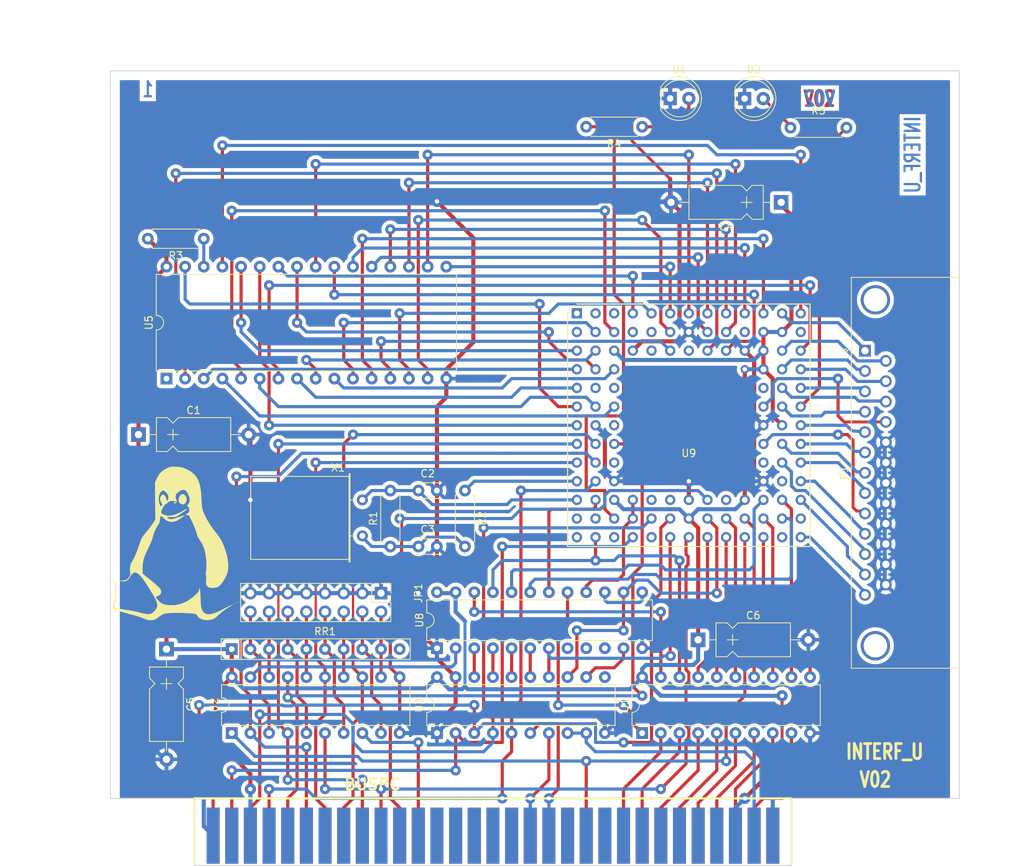
<source format=kicad_pcb>
(kicad_pcb (version 20221018) (generator pcbnew)
  (title_block (title "Demo") (rev "2.C") (company "Kicad"))
  (layers (0 "F.Cu" signal "top_copper") (31 "B.Cu" signal "bottom_copper") (34 "B.Paste" user) (35 "F.Paste" user) (36 "B.SilkS" user "B.Silkscreen") (37 "F.SilkS" user "F.Silkscreen") (38 "B.Mask" user) (39 "F.Mask" user) (44 "Edge.Cuts" user))
  (net 0 "")
  (net 1 "/8MH-OUT")
  (net 2 "/ACK")
  (net 3 "/AUTOFD-")
  (net 4 "/BIT0")
  (net 5 "/BIT1")
  (net 6 "/BIT2")
  (net 7 "/BIT3")
  (net 8 "/BIT4")
  (net 9 "/BIT5")
  (net 10 "/BIT6")
  (net 11 "/BIT7")
  (net 12 "/BUST+")
  (net 13 "/CLKLCA")
  (net 14 "/CS1-")
  (net 15 "/D0")
  (net 16 "/D1")
  (net 17 "/D2")
  (net 18 "/D3")
  (net 19 "/D4")
  (net 20 "/D5")
  (net 21 "/D6")
  (net 22 "/D7")
  (net 23 "/DIR")
  (net 24 "/DONE")
  (net 25 "/ENBBUF")
  (net 26 "/ERROR-")
  (net 27 "/INIT-")
  (net 28 "/LED1")
  (net 29 "/LED2")
  (net 30 "/MA0")
  (net 31 "/MA1")
  (net 32 "/MA10")
  (net 33 "/MA11")
  (net 34 "/MA12")
  (net 35 "/MA13")
  (net 36 "/MA14")
  (net 37 "/MA15")
  (net 38 "/MA16")
  (net 39 "/MA2")
  (net 40 "/MA3")
  (net 41 "/MA4")
  (net 42 "/MA5")
  (net 43 "/MA6")
  (net 44 "/MA7")
  (net 45 "/MA8")
  (net 46 "/MA9")
  (net 47 "/MATCHL")
  (net 48 "/MD0")
  (net 49 "/MD1")
  (net 50 "/MD2")
  (net 51 "/MD3")
  (net 52 "/MD4")
  (net 53 "/MD5")
  (net 54 "/MD6")
  (net 55 "/MD7")
  (net 56 "/OE-")
  (net 57 "/PC-A0")
  (net 58 "/PC-A1")
  (net 59 "/PC-A10")
  (net 60 "/PC-A11")
  (net 61 "/PC-A2")
  (net 62 "/PC-A3")
  (net 63 "/PC-A4")
  (net 64 "/PC-A5")
  (net 65 "/PC-A6")
  (net 66 "/PC-A7")
  (net 67 "/PC-A8")
  (net 68 "/PC-A9")
  (net 69 "/PC-AEN")
  (net 70 "/PC-DB0")
  (net 71 "/PC-DB1")
  (net 72 "/PC-DB2")
  (net 73 "/PC-DB3")
  (net 74 "/PC-DB4")
  (net 75 "/PC-DB5")
  (net 76 "/PC-DB6")
  (net 77 "/PC-DB7")
  (net 78 "/PC-IOR")
  (net 79 "/PC-IOW")
  (net 80 "/PC-RD")
  (net 81 "/PC-RST")
  (net 82 "/PC-WR")
  (net 83 "/PE+")
  (net 84 "/PROG-")
  (net 85 "/REF10")
  (net 86 "/REF11")
  (net 87 "/REF4")
  (net 88 "/REF5")
  (net 89 "/REF6")
  (net 90 "/REF7")
  (net 91 "/REF8")
  (net 92 "/REF9")
  (net 93 "/RSTL")
  (net 94 "/SEL_LPT")
  (net 95 "/SLCT+")
  (net 96 "/SLCTIN-")
  (net 97 "/STROBE")
  (net 98 "/WR-")
  (net 99 "/WR_REG")
  (net 100 "GND")
  (net 101 "VCC")
  (net 102 "Net-(C2-Pad1)")
  (net 103 "Net-(C3-Pad1)")
  (net 104 "Net-(R3-Pad1)")
  (net 105 "Net-(U3-Pad15)")
  (net 106 "Net-(U3-Pad16)")
  (net 107 "Net-(U3-Pad17)")
  (net 108 "Net-(U3-Pad18)")
  (net 109 "Net-(D1-Pad2)")
  (net 110 "Net-(D2-Pad2)")
  (net 111 "Net-(BUS1-Pad4)")
  (net 112 "Net-(BUS1-Pad5)")
  (net 113 "Net-(BUS1-Pad6)")
  (net 114 "Net-(BUS1-Pad7)")
  (net 115 "Net-(BUS1-Pad8)")
  (net 116 "Net-(BUS1-Pad9)")
  (net 117 "Net-(BUS1-Pad10)")
  (net 118 "Net-(BUS1-Pad11)")
  (net 119 "Net-(BUS1-Pad12)")
  (net 120 "Net-(BUS1-Pad15)")
  (net 121 "Net-(BUS1-Pad16)")
  (net 122 "Net-(BUS1-Pad17)")
  (net 123 "Net-(BUS1-Pad18)")
  (net 124 "Net-(BUS1-Pad19)")
  (net 125 "Net-(BUS1-Pad20)")
  (net 126 "Net-(BUS1-Pad21)")
  (net 127 "Net-(BUS1-Pad22)")
  (net 128 "Net-(BUS1-Pad23)")
  (net 129 "Net-(BUS1-Pad24)")
  (net 130 "Net-(BUS1-Pad25)")
  (net 131 "Net-(BUS1-Pad26)")
  (net 132 "Net-(BUS1-Pad27)")
  (net 133 "Net-(BUS1-Pad28)")
  (net 134 "Net-(BUS1-Pad30)")
  (net 135 "Net-(BUS1-Pad32)")
  (net 136 "Net-(BUS1-Pad41)")
  (net 137 "Net-(BUS1-Pad43)")
  (net 138 "Net-(BUS1-Pad44)")
  (net 139 "Net-(BUS1-Pad45)")
  (net 140 "Net-(BUS1-Pad46)")
  (net 141 "Net-(BUS1-Pad47)")
  (net 142 "Net-(BUS1-Pad48)")
  (net 143 "Net-(BUS1-Pad49)")
  (net 144 "Net-(BUS1-Pad50)")
  (net 145 "Net-(RR1-Pad10)")
  (net 146 "Net-(U3-Pad11)")
  (net 147 "Net-(U9-PadN1)")
  (net 148 "Net-(U9-PadN3)")
  (net 149 "Net-(U9-PadM1)")
  (net 150 "Net-(U9-PadM2)")
  (net 151 "Net-(U9-PadJ3)")
  (net 152 "Net-(U9-PadE2)")
  (net 153 "Net-(U9-PadE3)")
  (net 154 "Net-(U9-PadC5)")
  (net 155 "Net-(U9-PadB1)")
  (net 156 "Net-(U9-PadB4)")
  (net 157 "Net-(U9-PadB5)")
  (net 158 "Net-(U9-PadB10)")
  (net 159 "Net-(U9-PadB13)")
  (net 160 "Net-(U9-PadA1)")
  (net 161 "Net-(U9-PadA2)")
  (net 162 "Net-(U9-PadA3)")
  (net 163 "Net-(U9-PadN5)")
  (net 164 "Net-(U9-PadN12)")
  (net 165 "Net-(U9-PadL5)")
  (net 166 "Net-(U9-PadL6)")
  (net 167 "Net-(U9-PadL9)")
  (net 168 "Net-(U9-PadK12)")
  (net 169 "Net-(U9-PadJ11)")
  (net 170 "Net-(U9-PadE11)")
  (net 171 "Net-(U8-Pad8)")
  (net 172 "Net-(U8-Pad9)")
  (net 173 "Net-(U8-Pad10)")
  (footprint "Resistor_THT:R_Axial_DIN0207_L6.3mm_D2.5mm_P7.62mm_Horizontal" (layer "F.Cu") (at 171.958 42.037)
    (fp_text reference "R5")
    (fp_text value "330")
  )
  (footprint "Capacitor_THT:CP_Axial_L10.0mm_D4.5mm_P15.00mm_Horizontal" (layer "F.Cu") (at 159.385 111.76)
    (fp_text reference "C6")
    (fp_text value "47uF")
  )
  (footprint "Capacitor_THT:CP_Axial_L10.0mm_D4.5mm_P15.00mm_Horizontal" (layer "F.Cu") (at 86.995 113.03 -90)
    (fp_text reference "C5")
    (fp_text value "47uF")
  )
  (footprint "Capacitor_THT:CP_Axial_L10.0mm_D4.5mm_P15.00mm_Horizontal" (layer "F.Cu") (at 170.688 52.197 180)
    (fp_text reference "C4")
    (fp_text value "47uF")
  )
  (footprint "Capacitor_THT:CP_Axial_L10.0mm_D4.5mm_P15.00mm_Horizontal" (layer "F.Cu") (at 83.185 83.82)
    (fp_text reference "C1")
    (fp_text value "47uF")
  )
  (footprint "Capacitor_THT:C_Disc_D3.0mm_W2.0mm_P2.50mm" (layer "F.Cu") (at 121.305 91.44)
    (fp_text reference "C2")
    (fp_text value "47pF")
  )
  (footprint "Capacitor_THT:C_Disc_D3.0mm_W2.0mm_P2.50mm" (layer "F.Cu") (at 121.305 99.06)
    (fp_text reference "C3")
    (fp_text value "47pF")
  )
  (footprint "Connector_PinHeader_2.54mm:PinHeader_2x08_P2.54mm_Vertical" (layer "F.Cu") (at 116.205 105.41 -90)
    (fp_text reference "JP1")
    (fp_text value "CONN_8X2" hide)
  )
  (footprint "Package_DIP:DIP-20_W7.62mm" (layer "F.Cu") (at 151.765 124.46 90)
    (fp_text reference "U1")
    (fp_text value "74LS245")
  )
  (footprint "Package_DIP:DIP-20_W7.62mm" (layer "F.Cu") (at 95.885 124.46 90)
    (fp_text reference "U2")
    (fp_text value "74LS688")
  )
  (footprint "Package_DIP:DIP-20_W7.62mm" (layer "F.Cu") (at 123.825 124.46 90)
    (fp_text reference "U3")
    (fp_text value "74LS541")
  )
  (footprint "LOGO" (layer "F.Cu") (at 88.4 98.6)
    (fp_text reference "G1" hide)
    (fp_text value "Tux" hide)
  )
  (footprint "Package_DIP:DIP-32_W15.24mm" (layer "F.Cu") (at 86.995 76.2 90)
    (fp_text reference "U5")
    (fp_text value "628128")
  )
  (footprint "Package_DIP:DIP-24_W7.62mm" (layer "F.Cu") (at 123.825 112.903 90)
    (fp_text reference "U8")
    (fp_text value "EP600")
  )
  (footprint "Crystal:Crystal_HC18-U_Horizontal" (layer "F.Cu") (at 113.665 92.71 -90)
    (fp_text reference "X1")
    (fp_text value "8MHz")
  )
  (footprint "Resistor_THT:R_Axial_DIN0207_L6.3mm_D2.5mm_P7.62mm_Horizontal" (layer "F.Cu") (at 151.765 41.91 180)
    (fp_text reference "R4")
    (fp_text value "330")
  )
  (footprint "LED_THT:LED_D5.0mm" (layer "F.Cu") (at 155.58 38.06)
    (fp_text reference "D1")
    (fp_text value "LED")
  )
  (footprint "LED_THT:LED_D5.0mm" (layer "F.Cu") (at 165.71 38.08)
    (fp_text reference "D2")
    (fp_text value "LED")
  )
  (footprint "Connector_Dsub:DSUB-25_Female_Horizontal_P2.77x2.84mm_EdgePinOffset9.90mm_Housed_MountingHolesOffset11.32mm" (layer "F.Cu") (at 182.1 72.4 90)
    (fp_text reference "P1")
    (fp_text value "DB25FEMELLE")
  )
  (footprint "Resistor_THT:R_Array_SIP10" (layer "F.Cu") (at 95.885 113.03)
    (fp_text reference "RR1")
    (fp_text value "9x1K")
  )
  (footprint "interf_u:PGA120" (layer "F.Cu") (at 158.115 82.55 180)
    (fp_text reference "U9")
    (fp_text value "4003APG120")
  )
  (footprint "interf_u:BUS_PC" (layer "F.Cu") (at 131.445 138.43)
    (fp_text reference "BUS1" hide)
    (fp_text value "BUSPC")
  )
  (footprint "Resistor_THT:R_Axial_DIN0207_L6.3mm_D2.5mm_P7.62mm_Horizontal" (layer "F.Cu") (at 92.075 57.15 180)
    (fp_text reference "R3")
    (fp_text value "10K")
  )
  (footprint "Resistor_THT:R_Axial_DIN0207_L6.3mm_D2.5mm_P7.62mm_Horizontal" (layer "F.Cu") (at 127.635 91.44 -90)
    (fp_text reference "R2")
    (fp_text value "1K")
  )
  (footprint "Resistor_THT:R_Axial_DIN0207_L6.3mm_D2.5mm_P7.62mm_Horizontal" (layer "F.Cu") (at 117.475 99.06 90)
    (fp_text reference "R1")
    (fp_text value "100K")
  )
  (gr_line (start 172.085 133.35) (end 194.945 133.35) (stroke (width 0.127)) (layer "Edge.Cuts"))
  (gr_line (start 90.805 140.97) (end 90.805 142.494) (stroke (width 0.127)) (layer "Edge.Cuts"))
  (gr_line (start 79.375 133.35) (end 79.375 34.29) (stroke (width 0.127)) (layer "Edge.Cuts"))
  (gr_line (start 79.375 34.29) (end 194.945 34.29) (stroke (width 0.127)) (layer "Edge.Cuts"))
  (gr_line (start 194.945 133.35) (end 194.945 34.29) (stroke (width 0.127)) (layer "Edge.Cuts"))
  (gr_line (start 90.805 142.494) (end 172.085 142.494) (stroke (width 0.127)) (layer "Edge.Cuts"))
  (gr_line (start 90.805 133.35) (end 90.805 140.97) (stroke (width 0.127)) (layer "Edge.Cuts"))
  (gr_line (start 172.085 142.494) (end 172.085 133.35) (stroke (width 0.127)) (layer "Edge.Cuts"))
  (gr_line (start 90.805 133.35) (end 79.375 133.35) (stroke (width 0.127)) (layer "Edge.Cuts"))
  (gr_text "2" (at 81.915 39.37) (layer "F.Cu") (effects (font (size 2.032 1.524) (thickness 0.3048))))
  (gr_text "V02" (at 175.895 38.1) (layer "F.Cu") (effects (font (size 2.032 1.524) (thickness 0.381))))
  (gr_text "INTERF_U" (at 183.515 45.72 90) (layer "F.Cu") (effects (font (size 2.032 1.524) (thickness 0.3048))))
  (gr_text "V02" (at 175.895 38.1) (layer "B.Cu") (effects (font (size 2.032 1.524) (thickness 0.381)) (justify mirror)))
  (gr_text "1" (at 84.455 36.83) (layer "B.Cu") (effects (font (size 2.032 1.524) (thickness 0.3048)) (justify mirror)))
  (gr_text "INTERF_U" (at 188.595 45.72 90) (layer "B.Cu") (effects (font (size 2.032 1.524) (thickness 0.3048)) (justify mirror)))
  (gr_text "INTERF_U" (at 184.785 127) (layer "F.SilkS") (effects (font (size 2.032 1.524) (thickness 0.381))))
  (gr_text "V02" (at 183.515 130.81) (layer "F.SilkS") (effects (font (size 2.032 1.524) (thickness 0.381))))
  (segment (start 128.905 90.17) (end 142.875 90.17) (width 0.4318) (layer "B.Cu") (net 1))
  (segment (start 127.635 91.44) (end 128.905 90.17) (width 0.4318) (layer "B.Cu") (net 1))
  (segment (start 182.245 97.282) (end 180.34 95.377) (width 0.4318) (layer "B.Cu") (net 2))
  (segment (start 180.34 95.25) (end 180.34 95.377) (width 0.4318) (layer "B.Cu") (net 2))
  (segment (start 173.355 90.17) (end 175.26 90.17) (width 0.4318) (layer "B.Cu") (net 2))
  (segment (start 180.34 95.25) (end 175.26 90.17) (width 0.4318) (layer "B.Cu") (net 2))
  (segment (start 181.102 73.787) (end 184.785 73.787) (width 0.4318) (layer "B.Cu") (net 3))
  (segment (start 184.785 73.787) (end 184.785 73.9648) (width 0.4318) (layer "B.Cu") (net 3))
  (segment (start 172.085 71.12) (end 178.435 71.12) (width 0.4318) (layer "B.Cu") (net 3))
  (segment (start 178.435 71.12) (end 181.102 73.787) (width 0.4318) (layer "B.Cu") (net 3))
  (segment (start 170.815 72.39) (end 172.085 71.12) (width 0.4318) (layer "B.Cu") (net 3))
  (segment (start 182.245 74.93) (end 182.245 75.184) (width 0.4318) (layer "B.Cu") (net 4))
  (segment (start 170.815 74.93) (end 172.085 73.66) (width 0.4318) (layer "B.Cu") (net 4))
  (segment (start 180.975 74.93) (end 182.245 74.93) (width 0.4318) (layer "B.Cu") (net 4))
  (segment (start 172.085 73.66) (end 179.705 73.66) (width 0.4318) (layer "B.Cu") (net 4))
  (segment (start 179.705 73.66) (end 180.975 74.93) (width 0.4318) (layer "B.Cu") (net 4))
  (segment (start 182.245 77.47) (end 182.245 77.851) (width 0.4318) (layer "B.Cu") (net 5))
  (segment (start 173.355 77.47) (end 182.245 77.47) (width 0.4318) (layer "B.Cu") (net 5))
  (segment (start 182.245 80.772) (end 182.245 80.645) (width 0.4318) (layer "B.Cu") (net 6))
  (segment (start 176.657 80.772) (end 182.245 80.772) (width 0.4318) (layer "B.Cu") (net 6))
  (segment (start 176.149 81.28) (end 176.657 80.772) (width 0.4318) (layer "B.Cu") (net 6))
  (segment (start 172.085 81.28) (end 176.149 81.28) (width 0.4318) (layer "B.Cu") (net 6))
  (segment (start 170.815 80.01) (end 172.085 81.28) (width 0.4318) (layer "B.Cu") (net 6))
  (segment (start 173.355 82.55) (end 179.578 82.55) (width 0.4318) (layer "B.Cu") (net 7))
  (segment (start 179.578 82.55) (end 180.34 83.312) (width 0.4318) (layer "B.Cu") (net 7))
  (segment (start 180.34 83.312) (end 182.245 83.439) (width 0.4318) (layer "B.Cu") (net 7))
  (segment (start 182.245 86.106) (end 182.245 86.233) (width 0.4318) (layer "B.Cu") (net 8))
  (segment (start 173.355 85.09) (end 179.578 85.09) (width 0.4318) (layer "B.Cu") (net 8))
  (segment (start 179.578 85.09) (end 180.594 86.106) (width 0.4318) (layer "B.Cu") (net 8))
  (segment (start 180.594 86.106) (end 182.245 86.106) (width 0.4318) (layer "B.Cu") (net 8))
  (segment (start 178.435 86.36) (end 180.975 88.9) (width 0.4318) (layer "B.Cu") (net 9))
  (segment (start 172.085 86.36) (end 178.435 86.36) (width 0.4318) (layer "B.Cu") (net 9))
  (segment (start 180.975 88.9) (end 182.245 88.9) (width 0.4318) (layer "B.Cu") (net 9))
  (segment (start 170.815 85.09) (end 172.085 86.36) (width 0.4318) (layer "B.Cu") (net 9))
  (segment (start 178.435 87.63) (end 182.245 91.44) (width 0.4318) (layer "B.Cu") (net 10))
  (segment (start 173.355 87.63) (end 178.435 87.63) (width 0.4318) (layer "B.Cu") (net 10))
  (segment (start 182.245 91.44) (end 182.245 91.694) (width 0.4318) (layer "B.Cu") (net 10))
  (segment (start 180.975 94.234) (end 181.774 94.234) (width 0.4) (layer "F.Cu") (net 11))
  (segment (start 179.705 83.82) (end 180.467 84.582) (width 0.4318) (layer "F.Cu") (net 11))
  (segment (start 182.245 93.98) (end 182.245 94.488) (width 0.4318) (layer "F.Cu") (net 11))
  (segment (start 180.467 84.582) (end 180.467 92.202) (width 0.4318) (layer "F.Cu") (net 11))
  (segment (start 181.774 94.234) (end 182.1 94.56) (width 0.4) (layer "F.Cu") (net 11))
  (segment (start 180.467 93.726) (end 180.975 94.234) (width 0.4) (layer "F.Cu") (net 11))
  (segment (start 180.467 92.202) (end 180.467 93.726) (width 0.4) (layer "F.Cu") (net 11))
  (segment (start 178.435 83.82) (end 179.705 83.82) (width 0.4318) (layer "F.Cu") (net 11))
  (via (at 178.435 83.82) (size 1.397) (drill 0.6) (layers "F.Cu" "B.Cu") (net 11))
  (segment (start 168.275 85.09) (end 169.545 83.82) (width 0.4318) (layer "B.Cu") (net 11))
  (segment (start 169.545 83.82) (end 178.435 83.82) (width 0.4318) (layer "B.Cu") (net 11))
  (segment (start 172.085 90.805) (end 172.72 91.44) (width 0.4318) (layer "B.Cu") (net 12))
  (segment (start 170.815 87.63) (end 172.085 88.9) (width 0.4318) (layer "B.Cu") (net 12))
  (segment (start 172.72 91.44) (end 173.99 91.44) (width 0.4318) (layer "B.Cu") (net 12))
  (segment (start 173.99 91.44) (end 182.245 99.695) (width 0.4318) (layer "B.Cu") (net 12))
  (segment (start 172.085 88.9) (end 172.085 90.805) (width 0.4318) (layer "B.Cu") (net 12))
  (segment (start 182.245 99.695) (end 182.245 99.949) (width 0.4318) (layer "B.Cu") (net 12))
  (segment (start 144.9705 103.632) (end 144.145 104.4575) (width 0.4318) (layer "F.Cu") (net 13))
  (segment (start 144.145 104.4575) (end 144.145 105.41) (width 0.4318) (layer "F.Cu") (net 13))
  (segment (start 150.495 92.71) (end 150.495 95.25) (width 0.4318) (layer "F.Cu") (net 13))
  (segment (start 150.495 95.25) (end 149.225 96.52) (width 0.4318) (layer "F.Cu") (net 13))
  (segment (start 149.225 96.52) (end 149.225 102.87) (width 0.4318) (layer "F.Cu") (net 13))
  (segment (start 149.225 102.87) (end 148.463 103.632) (width 0.4318) (layer "F.Cu") (net 13))
  (segment (start 148.463 103.632) (end 144.9705 103.632) (width 0.4318) (layer "F.Cu") (net 13))
  (segment (start 165.735 67.31) (end 165.735 58.42) (width 0.4318) (layer "F.Cu") (net 14))
  (via (at 165.735 58.42) (size 1.397) (drill 0.6) (layers "F.Cu" "B.Cu") (net 14))
  (segment (start 113.665 58.42) (end 112.395 59.69) (width 0.4318) (layer "B.Cu") (net 14))
  (segment (start 112.395 59.69) (end 112.395 60.96) (width 0.4318) (layer "B.Cu") (net 14))
  (segment (start 165.735 58.42) (end 113.665 58.42) (width 0.4318) (layer "B.Cu") (net 14))
  (segment (start 145.415 100.965) (end 145.415 97.79) (width 0.4318) (layer "F.Cu") (net 15))
  (segment (start 156.845 100.965) (end 156.845 116.84) (width 0.4318) (layer "F.Cu") (net 15))
  (via (at 156.845 100.965) (size 1.397) (drill 0.6) (layers "F.Cu" "B.Cu") (net 15))
  (via (at 145.415 100.965) (size 1.397) (drill 0.6) (layers "F.Cu" "B.Cu") (net 15))
  (segment (start 148.59 100.33) (end 156.21 100.33) (width 0.4318) (layer "B.Cu") (net 15))
  (segment (start 131.445 105.41) (end 131.445 102.235) (width 0.4318) (layer "B.Cu") (net 15))
  (segment (start 145.415 100.965) (end 147.955 100.965) (width 0.4318) (layer "B.Cu") (net 15))
  (segment (start 132.715 100.965) (end 145.415 100.965) (width 0.4318) (layer "B.Cu") (net 15))
  (segment (start 156.21 100.33) (end 156.845 100.965) (width 0.4318) (layer "B.Cu") (net 15))
  (segment (start 147.955 100.965) (end 148.59 100.33) (width 0.4318) (layer "B.Cu") (net 15))
  (segment (start 131.445 102.235) (end 132.715 100.965) (width 0.4318) (layer "B.Cu") (net 15))
  (segment (start 159.385 116.84) (end 159.385 115.57) (width 0.4318) (layer "F.Cu") (net 16))
  (segment (start 161.29 107.315) (end 160.655 106.68) (width 0.4318) (layer "F.Cu") (net 16))
  (segment (start 161.29 113.665) (end 161.29 107.315) (width 0.4318) (layer "F.Cu") (net 16))
  (segment (start 160.655 106.68) (end 160.655 97.79) (width 0.4318) (layer "F.Cu") (net 16))
  (segment (start 159.385 115.57) (end 161.29 113.665) (width 0.4318) (layer "F.Cu") (net 16))
  (segment (start 163.195 97.79) (end 163.195 114.3) (width 0.4318) (layer "F.Cu") (net 17))
  (segment (start 161.925 115.57) (end 161.925 116.84) (width 0.4318) (layer "F.Cu") (net 17))
  (segment (start 163.195 114.3) (end 161.925 115.57) (width 0.4318) (layer "F.Cu") (net 17))
  (segment (start 164.465 96.52) (end 164.465 116.84) (width 0.4318) (layer "F.Cu") (net 18))
  (segment (start 163.195 95.25) (end 164.465 96.52) (width 0.4318) (layer "F.Cu") (net 18))
  (segment (start 165.735 95.25) (end 167.005 96.52) (width 0.4318) (layer "F.Cu") (net 19))
  (segment (start 167.005 96.52) (end 167.005 116.84) (width 0.4318) (layer "F.Cu") (net 19))
  (segment (start 169.545 113.665) (end 169.545 116.84) (width 0.4318) (layer "F.Cu") (net 20))
  (segment (start 168.275 97.79) (end 168.275 112.395) (width 0.4318) (layer "F.Cu") (net 20))
  (segment (start 168.275 112.395) (end 169.545 113.665) (width 0.4318) (layer "F.Cu") (net 20))
  (segment (start 168.275 95.25) (end 169.545 96.52) (width 0.4318) (layer "F.Cu") (net 21))
  (segment (start 169.545 96.52) (end 169.545 111.76) (width 0.4318) (layer "F.Cu") (net 21))
  (segment (start 172.085 114.3) (end 172.085 116.84) (width 0.4318) (layer "F.Cu") (net 21))
  (segment (start 169.545 111.76) (end 172.085 114.3) (width 0.4318) (layer "F.Cu") (net 21))
  (segment (start 170.815 92.71) (end 172.085 93.98) (width 0.4318) (layer "F.Cu") (net 22))
  (segment (start 172.085 93.98) (end 172.085 112.395) (width 0.4318) (layer "F.Cu") (net 22))
  (segment (start 172.085 112.395) (end 174.625 114.935) (width 0.4318) (layer "F.Cu") (net 22))
  (segment (start 174.625 114.935) (end 174.625 116.84) (width 0.4318) (layer "F.Cu") (net 22))
  (segment (start 150.495 123.19) (end 151.765 124.46) (width 0.4318) (layer "F.Cu") (net 23))
  (segment (start 141.605 109.22) (end 140.335 110.49) (width 0.4318) (layer "F.Cu") (net 23))
  (segment (start 140.335 110.49) (end 140.335 120.65) (width 0.4318) (layer "F.Cu") (net 23))
  (segment (start 149.225 120.65) (end 150.495 121.92) (width 0.4318) (layer "F.Cu") (net 23))
  (segment (start 150.495 121.92) (end 150.495 123.19) (width 0.4318) (layer "F.Cu") (net 23))
  (segment (start 141.605 105.41) (end 141.605 109.22) (width 0.4318) (layer "F.Cu") (net 23))
  (via (at 140.335 120.65) (size 1.397) (drill 0.6) (layers "F.Cu" "B.Cu") (net 23))
  (via (at 149.225 120.65) (size 1.397) (drill 0.6) (layers "F.Cu" "B.Cu") (net 23))
  (segment (start 140.335 120.65) (end 149.225 120.65) (width 0.4318) (layer "B.Cu") (net 23))
  (segment (start 134.3025 102.235) (end 149.225 102.235) (width 0.4318) (layer "B.Cu") (net 24))
  (segment (start 154.305 101.6) (end 154.94 102.235) (width 0.4318) (layer "B.Cu") (net 24))
  (segment (start 166.37 102.235) (end 167.005 101.6) (width 0.4318) (layer "B.Cu") (net 24))
  (segment (start 154.94 102.235) (end 166.37 102.235) (width 0.4318) (layer "B.Cu") (net 24))
  (segment (start 133.985 105.41) (end 133.985 102.5525) (width 0.4318) (layer "B.Cu") (net 24))
  (segment (start 149.225 102.235) (end 149.86 101.6) (width 0.4318) (layer "B.Cu") (net 24))
  (segment (start 149.86 101.6) (end 154.305 101.6) (width 0.4318) (layer "B.Cu") (net 24))
  (segment (start 167.005 101.6) (end 167.005 93.98) (width 0.4318) (layer "B.Cu") (net 24))
  (segment (start 133.985 102.5525) (end 134.3025 102.235) (width 0.4318) (layer "B.Cu") (net 24))
  (segment (start 167.005 93.98) (end 168.275 92.71) (width 0.4318) (layer "B.Cu") (net 24))
  (segment (start 128.905 105.41) (end 128.905 107.95) (width 0.4318) (layer "F.Cu") (net 25))
  (segment (start 154.305 107.95) (end 154.305 116.84) (width 0.4318) (layer "F.Cu") (net 25))
  (via (at 128.905 107.95) (size 1.397) (drill 0.6) (layers "F.Cu" "B.Cu") (net 25))
  (via (at 154.305 107.95) (size 1.397) (drill 0.6) (layers "F.Cu" "B.Cu") (net 25))
  (segment (start 128.905 107.95) (end 154.305 107.95) (width 0.4318) (layer "B.Cu") (net 25))
  (segment (start 184.785 76.5048) (end 184.785 76.581) (width 0.4318) (layer "B.Cu") (net 26))
  (segment (start 179.451 74.93) (end 181.102 76.581) (width 0.4318) (layer "B.Cu") (net 26))
  (segment (start 181.102 76.581) (end 184.785 76.581) (width 0.4318) (layer "B.Cu") (net 26))
  (segment (start 173.355 74.93) (end 179.451 74.93) (width 0.4318) (layer "B.Cu") (net 26))
  (segment (start 184.785 79.248) (end 184.785 79.2988) (width 0.4318) (layer "B.Cu") (net 27))
  (segment (start 181.229 79.248) (end 184.785 79.248) (width 0.4318) (layer "B.Cu") (net 27))
  (segment (start 180.721 78.74) (end 181.229 79.248) (width 0.4318) (layer "B.Cu") (net 27))
  (segment (start 172.085 78.74) (end 180.721 78.74) (width 0.4318) (layer "B.Cu") (net 27))
  (segment (start 170.815 77.47) (end 172.085 78.74) (width 0.4318) (layer "B.Cu") (net 27))
  (segment (start 146.685 91.44) (end 144.145 91.44) (width 0.4318) (layer "F.Cu") (net 28))
  (segment (start 147.955 64.77) (end 147.955 43.561) (width 0.4318) (layer "F.Cu") (net 28))
  (segment (start 149.225 81.28) (end 149.225 66.04) (width 0.4318) (layer "F.Cu") (net 28))
  (segment (start 146.304 41.91) (end 144.145 41.91) (width 0.4318) (layer "F.Cu") (net 28))
  (segment (start 149.225 66.04) (end 147.955 64.77) (width 0.4318) (layer "F.Cu") (net 28))
  (segment (start 144.145 91.44) (end 144.145 81.28) (width 0.4318) (layer "F.Cu") (net 28))
  (segment (start 147.955 43.561) (end 146.304 41.91) (width 0.4318) (layer "F.Cu") (net 28))
  (segment (start 146.685 93.98) (end 146.685 91.44) (width 0.4318) (layer "F.Cu") (net 28))
  (segment (start 147.955 95.25) (end 146.685 93.98) (width 0.4318) (layer "F.Cu") (net 28))
  (segment (start 144.145 81.28) (end 149.225 81.28) (width 0.4318) (layer "F.Cu") (net 28))
  (segment (start 175.895 45.72) (end 175.895 46.736) (width 0.381) (layer "F.Cu") (net 29))
  (segment (start 179.578 42.037) (end 175.895 45.72) (width 0.381) (layer "F.Cu") (net 29))
  (segment (start 175.895 77.47) (end 175.895 46.736) (width 0.4318) (layer "F.Cu") (net 29))
  (segment (start 173.355 80.01) (end 175.895 77.47) (width 0.4318) (layer "F.Cu") (net 29))
  (segment (start 113.665 57.15) (end 113.665 73.66) (width 0.4318) (layer "F.Cu") (net 30))
  (segment (start 114.935 74.93) (end 113.665 73.66) (width 0.4318) (layer "F.Cu") (net 30))
  (segment (start 114.935 76.2) (end 114.935 74.93) (width 0.4318) (layer "F.Cu") (net 30))
  (segment (start 168.275 67.31) (end 168.275 57.15) (width 0.4318) (layer "F.Cu") (net 30))
  (via (at 113.665 57.15) (size 1.397) (drill 0.6) (layers "F.Cu" "B.Cu") (net 30))
  (via (at 168.275 57.15) (size 1.397) (drill 0.6) (layers "F.Cu" "B.Cu") (net 30))
  (segment (start 168.275 57.15) (end 113.665 57.15) (width 0.4318) (layer "B.Cu") (net 30))
  (segment (start 111.125 73.66) (end 111.125 68.58) (width 0.4318) (layer "F.Cu") (net 31))
  (segment (start 112.395 76.2) (end 112.395 74.93) (width 0.4318) (layer "F.Cu") (net 31))
  (segment (start 112.395 74.93) (end 111.125 73.66) (width 0.4318) (layer "F.Cu") (net 31))
  (via (at 111.125 68.58) (size 1.397) (drill 0.6) (layers "F.Cu" "B.Cu") (net 31))
  (segment (start 144.145 68.58) (end 111.125 68.58) (width 0.4318) (layer "B.Cu") (net 31))
  (segment (start 145.415 69.85) (end 144.145 68.58) (width 0.4318) (layer "B.Cu") (net 31))
  (segment (start 163.195 72.39) (end 164.465 71.12) (width 0.4318) (layer "F.Cu") (net 32))
  (segment (start 164.465 71.12) (end 167.005 71.12) (width 0.4318) (layer "F.Cu") (net 32))
  (segment (start 109.855 64.77) (end 109.855 60.96) (width 0.4318) (layer "F.Cu") (net 32))
  (segment (start 167.005 71.12) (end 167.005 64.77) (width 0.4318) (layer "F.Cu") (net 32))
  (via (at 109.855 64.77) (size 1.397) (drill 0.6) (layers "F.Cu" "B.Cu") (net 32))
  (via (at 167.005 64.77) (size 1.397) (drill 0.6) (layers "F.Cu" "B.Cu") (net 32))
  (segment (start 167.005 64.77) (end 109.855 64.77) (width 0.4318) (layer "B.Cu") (net 32))
  (segment (start 145.415 74.93) (end 144.145 73.66) (width 0.4318) (layer "F.Cu") (net 33))
  (segment (start 139.065 71.12) (end 139.065 69.85) (width 0.4318) (layer "F.Cu") (net 33))
  (segment (start 104.775 68.58) (end 104.775 60.96) (width 0.4318) (layer "F.Cu") (net 33))
  (segment (start 141.605 73.66) (end 139.065 71.12) (width 0.4318) (layer "F.Cu") (net 33))
  (segment (start 144.145 73.66) (end 141.605 73.66) (width 0.4318) (layer "F.Cu") (net 33))
  (via (at 104.775 68.58) (size 1.397) (drill 0.6) (layers "F.Cu" "B.Cu") (net 33))
  (via (at 139.065 69.85) (size 1.397) (drill 0.6) (layers "F.Cu" "B.Cu") (net 33))
  (segment (start 106.045 69.85) (end 104.775 68.58) (width 0.4318) (layer "B.Cu") (net 33))
  (segment (start 139.065 69.85) (end 106.045 69.85) (width 0.4318) (layer "B.Cu") (net 33))
  (segment (start 94.615 76.2) (end 94.615 76.2) (width 0.4318) (layer "B.Cu") (net 34))
  (segment (start 99.695 81.28) (end 94.615 76.2) (width 0.4318) (layer "B.Cu") (net 34))
  (segment (start 146.685 81.28) (end 99.695 81.28) (width 0.4318) (layer "B.Cu") (net 34))
  (segment (start 147.955 80.01) (end 146.685 81.28) (width 0.4318) (layer "B.Cu") (net 34))
  (segment (start 97.155 68.58) (end 97.155 60.96) (width 0.4318) (layer "F.Cu") (net 35))
  (via (at 97.155 68.58) (size 1.397) (drill 0.6) (layers "F.Cu" "B.Cu") (net 35))
  (segment (start 97.155 69.85) (end 97.155 68.58) (width 0.4318) (layer "B.Cu") (net 35))
  (segment (start 99.695 72.39) (end 97.155 69.85) (width 0.4318) (layer "B.Cu") (net 35))
  (segment (start 142.875 72.39) (end 99.695 72.39) (width 0.4318) (layer "B.Cu") (net 35))
  (segment (start 142.875 74.93) (end 93.345 74.93) (width 0.4318) (layer "B.Cu") (net 36))
  (segment (start 93.345 74.93) (end 92.075 76.2) (width 0.4318) (layer "B.Cu") (net 36))
  (segment (start 140.335 80.01) (end 142.875 80.01) (width 0.4318) (layer "F.Cu") (net 37))
  (segment (start 137.795 66.04) (end 137.795 77.47) (width 0.4318) (layer "F.Cu") (net 37))
  (segment (start 137.795 77.47) (end 140.335 80.01) (width 0.4318) (layer "F.Cu") (net 37))
  (via (at 137.795 66.04) (size 1.397) (drill 0.6) (layers "F.Cu" "B.Cu") (net 37))
  (segment (start 89.535 60.96) (end 89.535 65.405) (width 0.4318) (layer "B.Cu") (net 37))
  (segment (start 137.795 66.04) (end 90.17 66.04) (width 0.4318) (layer "B.Cu") (net 37))
  (segment (start 90.17 66.04) (end 89.535 65.405) (width 0.4318) (layer "B.Cu") (net 37))
  (segment (start 88.265 73.66) (end 89.535 74.93) (width 0.4318) (layer "F.Cu") (net 38))
  (segment (start 161.925 71.12) (end 160.655 72.39) (width 0.4318) (layer "F.Cu") (net 38))
  (segment (start 161.925 48.26) (end 161.925 71.12) (width 0.4318) (layer "F.Cu") (net 38))
  (segment (start 89.535 74.93) (end 89.535 76.2) (width 0.4318) (layer "F.Cu") (net 38))
  (segment (start 88.265 48.26) (end 88.265 73.66) (width 0.4318) (layer "F.Cu") (net 38))
  (via (at 161.925 48.26) (size 1.397) (drill 0.6) (layers "F.Cu" "B.Cu") (net 38))
  (via (at 88.265 48.26) (size 1.397) (drill 0.6) (layers "F.Cu" "B.Cu") (net 38))
  (segment (start 161.925 48.26) (end 88.265 48.26) (width 0.4318) (layer "B.Cu") (net 38))
  (segment (start 111.125 77.47) (end 109.855 76.2) (width 0.4318) (layer "B.Cu") (net 39))
  (segment (start 132.715 77.47) (end 111.125 77.47) (width 0.4318) (layer "B.Cu") (net 39))
  (segment (start 146.685 76.2) (end 133.985 76.2) (width 0.4318) (layer "B.Cu") (net 39))
  (segment (start 147.955 74.93) (end 146.685 76.2) (width 0.4318) (layer "B.Cu") (net 39))
  (segment (start 133.985 76.2) (end 132.715 77.47) (width 0.4318) (layer "B.Cu") (net 39))
  (segment (start 107.315 76.2) (end 107.315 74.93) (width 0.4318) (layer "F.Cu") (net 40))
  (segment (start 107.315 74.93) (end 106.045 73.66) (width 0.4318) (layer "F.Cu") (net 40))
  (via (at 106.045 73.66) (size 1.397) (drill 0.6) (layers "F.Cu" "B.Cu") (net 40))
  (segment (start 144.145 73.66) (end 106.045 73.66) (width 0.4318) (layer "B.Cu") (net 40))
  (segment (start 145.415 72.39) (end 144.145 73.66) (width 0.4318) (layer "B.Cu") (net 40))
  (segment (start 142.875 77.47) (end 135.255 77.47) (width 0.4318) (layer "B.Cu") (net 41))
  (segment (start 133.985 78.74) (end 107.315 78.74) (width 0.4318) (layer "B.Cu") (net 41))
  (segment (start 107.315 78.74) (end 104.775 76.2) (width 0.4318) (layer "B.Cu") (net 41))
  (segment (start 135.255 77.47) (end 133.985 78.74) (width 0.4318) (layer "B.Cu") (net 41))
  (segment (start 102.235 76.2) (end 102.235 74.93) (width 0.4318) (layer "F.Cu") (net 42))
  (segment (start 100.965 73.66) (end 100.965 63.5) (width 0.4318) (layer "F.Cu") (net 42))
  (segment (start 174.625 71.12) (end 173.355 72.39) (width 0.4318) (layer "F.Cu") (net 42))
  (segment (start 174.625 63.5) (end 174.625 71.12) (width 0.4318) (layer "F.Cu") (net 42))
  (segment (start 102.235 74.93) (end 100.965 73.66) (width 0.4318) (layer "F.Cu") (net 42))
  (via (at 174.625 63.5) (size 1.397) (drill 0.6) (layers "F.Cu" "B.Cu") (net 42))
  (via (at 100.965 63.5) (size 1.397) (drill 0.6) (layers "F.Cu" "B.Cu") (net 42))
  (segment (start 100.965 63.5) (end 174.625 63.5) (width 0.4318) (layer "B.Cu") (net 42))
  (segment (start 136.525 78.74) (end 135.255 80.01) (width 0.4318) (layer "B.Cu") (net 43))
  (segment (start 99.695 77.47) (end 99.695 76.2) (width 0.4318) (layer "B.Cu") (net 43))
  (segment (start 145.415 80.01) (end 144.145 78.74) (width 0.4318) (layer "B.Cu") (net 43))
  (segment (start 144.145 78.74) (end 136.525 78.74) (width 0.4318) (layer "B.Cu") (net 43))
  (segment (start 135.255 80.01) (end 102.235 80.01) (width 0.4318) (layer "B.Cu") (net 43))
  (segment (start 102.235 80.01) (end 99.695 77.47) (width 0.4318) (layer "B.Cu") (net 43))
  (segment (start 97.155 74.93) (end 95.885 73.66) (width 0.4318) (layer "F.Cu") (net 44))
  (segment (start 95.885 53.34) (end 95.885 73.66) (width 0.4318) (layer "F.Cu") (net 44))
  (segment (start 97.155 76.2) (end 97.155 74.93) (width 0.4318) (layer "F.Cu") (net 44))
  (segment (start 146.685 68.58) (end 146.685 53.34) (width 0.4318) (layer "F.Cu") (net 44))
  (segment (start 147.955 69.85) (end 146.685 68.58) (width 0.4318) (layer "F.Cu") (net 44))
  (via (at 95.885 53.34) (size 1.397) (drill 0.6) (layers "F.Cu" "B.Cu") (net 44))
  (via (at 146.685 53.34) (size 1.397) (drill 0.6) (layers "F.Cu" "B.Cu") (net 44))
  (segment (start 146.685 53.34) (end 95.885 53.34) (width 0.4318) (layer "B.Cu") (net 44))
  (segment (start 100.965 82.55) (end 100.965 74.93) (width 0.4318) (layer "F.Cu") (net 45))
  (segment (start 100.965 74.93) (end 99.695 73.66) (width 0.4318) (layer "F.Cu") (net 45))
  (segment (start 99.695 73.66) (end 99.695 60.96) (width 0.4318) (layer "F.Cu") (net 45))
  (via (at 100.965 82.55) (size 1.397) (drill 0.6) (layers "F.Cu" "B.Cu") (net 45))
  (segment (start 142.875 82.55) (end 100.965 82.55) (width 0.4318) (layer "B.Cu") (net 45))
  (segment (start 150.495 67.31) (end 150.495 62.23) (width 0.4318) (layer "F.Cu") (net 46))
  (via (at 150.495 62.23) (size 1.397) (drill 0.6) (layers "F.Cu" "B.Cu") (net 46))
  (segment (start 103.505 62.23) (end 102.235 60.96) (width 0.4318) (layer "B.Cu") (net 46))
  (segment (start 150.495 62.23) (end 103.505 62.23) (width 0.4318) (layer "B.Cu") (net 46))
  (segment (start 98.425 116.84) (end 99.822 115.443) (width 0.4318) (layer "B.Cu") (net 47))
  (segment (start 126.365 114.935) (end 126.365 113.03) (width 0.4318) (layer "B.Cu") (net 47))
  (segment (start 99.822 115.443) (end 125.857 115.443) (width 0.4318) (layer "B.Cu") (net 47))
  (segment (start 125.857 115.443) (end 126.365 114.935) (width 0.4318) (layer "B.Cu") (net 47))
  (segment (start 116.205 73.66) (end 116.205 71.12) (width 0.4318) (layer "F.Cu") (net 48))
  (segment (start 117.475 76.2) (end 117.475 74.93) (width 0.4318) (layer "F.Cu") (net 48))
  (segment (start 117.475 74.93) (end 116.205 73.66) (width 0.4318) (layer "F.Cu") (net 48))
  (via (at 116.205 71.12) (size 1.397) (drill 0.6) (layers "F.Cu" "B.Cu") (net 48))
  (segment (start 154.305 71.12) (end 116.205 71.12) (width 0.4318) (layer "B.Cu") (net 48))
  (segment (start 155.575 72.39) (end 154.305 71.12) (width 0.4318) (layer "B.Cu") (net 48))
  (segment (start 120.015 74.93) (end 118.745 73.66) (width 0.4318) (layer "F.Cu") (net 49))
  (segment (start 120.015 76.2) (end 120.015 74.93) (width 0.4318) (layer "F.Cu") (net 49))
  (segment (start 118.745 67.31) (end 118.745 73.66) (width 0.4318) (layer "F.Cu") (net 49))
  (via (at 118.745 67.31) (size 1.397) (drill 0.6) (layers "F.Cu" "B.Cu") (net 49))
  (segment (start 139.065 67.31) (end 118.745 67.31) (width 0.4318) (layer "B.Cu") (net 49))
  (segment (start 151.765 66.04) (end 140.335 66.04) (width 0.4318) (layer "B.Cu") (net 49))
  (segment (start 153.035 67.31) (end 151.765 66.04) (width 0.4318) (layer "B.Cu") (net 49))
  (segment (start 140.335 66.04) (end 139.065 67.31) (width 0.4318) (layer "B.Cu") (net 49))
  (segment (start 121.285 73.66) (end 121.285 54.61) (width 0.4318) (layer "F.Cu") (net 50))
  (segment (start 122.555 74.93) (end 121.285 73.66) (width 0.4318) (layer "F.Cu") (net 50))
  (segment (start 122.555 76.2) (end 122.555 74.93) (width 0.4318) (layer "F.Cu") (net 50))
  (segment (start 155.575 69.85) (end 154.305 68.58) (width 0.4318) (layer "F.Cu") (net 50))
  (segment (start 154.305 57.15) (end 151.765 54.61) (width 0.4318) (layer "F.Cu") (net 50))
  (segment (start 154.305 68.58) (end 154.305 57.15) (width 0.4318) (layer "F.Cu") (net 50))
  (via (at 151.765 54.61) (size 1.397) (drill 0.6) (layers "F.Cu" "B.Cu") (net 50))
  (via (at 121.285 54.61) (size 1.397) (drill 0.6) (layers "F.Cu" "B.Cu") (net 50))
  (segment (start 121.285 54.61) (end 151.765 54.61) (width 0.4318) (layer "B.Cu") (net 50))
  (segment (start 155.575 67.31) (end 155.575 60.96) (width 0.4318) (layer "F.Cu") (net 51))
  (via (at 155.575 60.96) (size 1.397) (drill 0.6) (layers "F.Cu" "B.Cu") (net 51))
  (segment (start 155.575 60.96) (end 125.095 60.96) (width 0.4318) (layer "B.Cu") (net 51))
  (segment (start 158.115 67.31) (end 158.115 45.72) (width 0.4318) (layer "F.Cu") (net 52))
  (segment (start 122.555 60.96) (end 122.555 45.72) (width 0.4318) (layer "F.Cu") (net 52))
  (via (at 122.555 45.72) (size 1.397) (drill 0.6) (layers "F.Cu" "B.Cu") (net 52))
  (via (at 158.115 45.72) (size 1.397) (drill 0.6) (layers "F.Cu" "B.Cu") (net 52))
  (segment (start 158.115 45.72) (end 122.555 45.72) (width 0.4318) (layer "B.Cu") (net 52))
  (segment (start 120.015 60.96) (end 120.015 49.53) (width 0.4318) (layer "F.Cu") (net 53))
  (segment (start 160.655 67.31) (end 160.655 49.53) (width 0.4318) (layer "F.Cu") (net 53))
  (via (at 160.655 49.53) (size 1.397) (drill 0.6) (layers "F.Cu" "B.Cu") (net 53))
  (via (at 120.015 49.53) (size 1.397) (drill 0.6) (layers "F.Cu" "B.Cu") (net 53))
  (segment (start 120.015 49.53) (end 160.655 49.53) (width 0.4318) (layer "B.Cu") (net 53))
  (segment (start 163.195 67.31) (end 163.195 55.88) (width 0.4318) (layer "F.Cu") (net 54))
  (segment (start 117.475 60.96) (end 117.475 55.88) (width 0.4318) (layer "F.Cu") (net 54))
  (via (at 117.475 55.88) (size 1.397) (drill 0.6) (layers "F.Cu" "B.Cu") (net 54))
  (via (at 163.195 55.88) (size 1.397) (drill 0.6) (layers "F.Cu" "B.Cu") (net 54))
  (segment (start 117.475 55.88) (end 163.195 55.88) (width 0.4318) (layer "B.Cu") (net 54))
  (segment (start 160.655 69.85) (end 159.385 68.58) (width 0.4318) (layer "F.Cu") (net 55))
  (segment (start 159.385 68.58) (end 159.385 59.69) (width 0.4318) (layer "F.Cu") (net 55))
  (via (at 159.385 59.69) (size 1.397) (drill 0.6) (layers "F.Cu" "B.Cu") (net 55))
  (segment (start 116.205 59.69) (end 114.935 60.96) (width 0.4318) (layer "B.Cu") (net 55))
  (segment (start 159.385 59.69) (end 116.205 59.69) (width 0.4318) (layer "B.Cu") (net 55))
  (segment (start 107.315 46.99) (end 107.315 60.96) (width 0.4318) (layer "F.Cu") (net 56))
  (segment (start 163.195 69.85) (end 164.465 68.58) (width 0.4318) (layer "F.Cu") (net 56))
  (segment (start 164.465 68.58) (end 164.465 46.99) (width 0.4318) (layer "F.Cu") (net 56))
  (via (at 107.315 46.99) (size 1.397) (drill 0.6) (layers "F.Cu" "B.Cu") (net 56))
  (via (at 164.465 46.99) (size 1.397) (drill 0.6) (layers "F.Cu" "B.Cu") (net 56))
  (segment (start 164.465 46.99) (end 107.315 46.99) (width 0.4318) (layer "B.Cu") (net 56))
  (segment (start 153.035 125.73) (end 149.225 125.73) (width 0.4318) (layer "F.Cu") (net 57))
  (segment (start 128.905 124.46) (end 128.905 120.65) (width 0.4318) (layer "F.Cu") (net 57))
  (segment (start 91.44 125.222) (end 91.44 120.65) (width 0.4318) (layer "F.Cu") (net 57))
  (segment (start 93.345 127.127) (end 91.44 125.222) (width 0.4318) (layer "F.Cu") (net 57))
  (segment (start 155.575 95.25) (end 154.305 96.52) (width 0.4318) (layer "F.Cu") (net 57))
  (segment (start 93.345 138.43) (end 93.345 127.127) (width 0.4318) (layer "F.Cu") (net 57))
  (segment (start 154.305 96.52) (end 154.305 105.41) (width 0.4318) (layer "F.Cu") (net 57))
  (segment (start 154.305 105.41) (end 153.035 106.68) (width 0.4318) (layer "F.Cu") (net 57))
  (segment (start 153.035 106.68) (end 153.035 125.73) (width 0.4318) (layer "F.Cu") (net 57))
  (via (at 149.225 125.73) (size 1.397) (drill 0.6) (layers "F.Cu" "B.Cu") (net 57))
  (via (at 91.44 120.65) (size 1.397) (drill 0.635) (layers "F.Cu" "B.Cu") (net 57))
  (via (at 128.905 120.65) (size 1.397) (drill 0.6) (layers "F.Cu" "B.Cu") (net 57))
  (segment (start 102.944166 120.764312) (end 102.829854 120.65) (width 0.4318) (layer "B.Cu") (net 57))
  (segment (start 92.427828 120.65) (end 91.44 120.65) (width 0.4318) (layer "B.Cu") (net 57))
  (segment (start 104.180146 120.65) (end 104.065834 120.764312) (width 0.4318) (layer "B.Cu") (net 57))
  (segment (start 130.175 123.19) (end 128.905 124.46) (width 0.4318) (layer "B.Cu") (net 57))
  (segment (start 149.225 125.73) (end 145.415 125.73) (width 0.4318) (layer "B.Cu") (net 57))
  (segment (start 145.415 125.73) (end 145.415 123.19) (width 0.4318) (layer "B.Cu") (net 57))
  (segment (start 128.905 120.65) (end 104.180146 120.65) (width 0.4318) (layer "B.Cu") (net 57))
  (segment (start 145.415 123.19) (end 130.175 123.19) (width 0.4318) (layer "B.Cu") (net 57))
  (segment (start 102.829854 120.65) (end 92.427828 120.65) (width 0.4318) (layer "B.Cu") (net 57))
  (segment (start 104.065834 120.764312) (end 102.944166 120.764312) (width 0.4318) (layer "B.Cu") (net 57))
  (segment (start 132.715 125.73) (end 127.635 125.73) (width 0.4318) (layer "F.Cu") (net 58))
  (segment (start 127.635 125.73) (end 126.365 124.46) (width 0.4318) (layer "F.Cu") (net 58))
  (segment (start 95.885 129.54) (end 95.885 138.43) (width 0.4318) (layer "F.Cu") (net 58))
  (segment (start 126.365 124.46) (end 126.365 129.54) (width 0.4318) (layer "F.Cu") (net 58))
  (segment (start 132.715 99.06) (end 132.715 125.73) (width 0.4318) (layer "F.Cu") (net 58))
  (via (at 126.365 129.54) (size 1.397) (drill 0.6) (layers "F.Cu" "B.Cu") (net 58))
  (via (at 95.885 129.54) (size 1.397) (drill 0.6) (layers "F.Cu" "B.Cu") (net 58))
  (via (at 132.715 99.06) (size 1.397) (drill 0.6) (layers "F.Cu" "B.Cu") (net 58))
  (segment (start 150.495 97.79) (end 149.225 99.06) (width 0.4318) (layer "B.Cu") (net 58))
  (segment (start 126.365 129.54) (end 95.885 129.54) (width 0.4318) (layer "B.Cu") (net 58))
  (segment (start 149.225 99.06) (end 132.715 99.06) (width 0.4318) (layer "B.Cu") (net 58))
  (segment (start 117.475 115.57) (end 118.745 116.84) (width 0.4318) (layer "F.Cu") (net 59))
  (segment (start 118.745 134.62) (end 117.475 133.35) (width 0.4318) (layer "F.Cu") (net 59))
  (segment (start 118.999 108.966) (end 117.475 110.49) (width 0.4318) (layer "F.Cu") (net 59))
  (segment (start 117.475 133.35) (end 117.475 123.19) (width 0.4318) (layer "F.Cu") (net 59))
  (segment (start 117.475 110.49) (end 117.475 115.57) (width 0.4318) (layer "F.Cu") (net 59))
  (segment (start 118.745 138.43) (end 118.745 134.62) (width 0.4318) (layer "F.Cu") (net 59))
  (segment (start 118.745 121.92) (end 118.745 116.84) (width 0.4318) (layer "F.Cu") (net 59))
  (segment (start 117.475 123.19) (end 118.745 121.92) (width 0.4318) (layer "F.Cu") (net 59))
  (segment (start 118.745 95.25) (end 118.999 95.504) (width 0.4318) (layer "F.Cu") (net 59))
  (segment (start 118.999 95.504) (end 118.999 108.966) (width 0.4318) (layer "F.Cu") (net 59))
  (via (at 118.745 95.25) (size 1.397) (drill 0.6) (layers "F.Cu" "B.Cu") (net 59))
  (segment (start 146.685 93.345) (end 146.05 93.98) (width 0.4318) (layer "B.Cu") (net 59))
  (segment (start 146.685 92.075) (end 146.685 93.345) (width 0.4318) (layer "B.Cu") (net 59))
  (segment (start 159.385 91.44) (end 147.32 91.44) (width 0.4318) (layer "B.Cu") (net 59))
  (segment (start 146.05 93.98) (end 135.255 93.98) (width 0.4318) (layer "B.Cu") (net 59))
  (segment (start 147.32 91.44) (end 146.685 92.075) (width 0.4318) (layer "B.Cu") (net 59))
  (segment (start 135.255 93.98) (end 133.985 95.25) (width 0.4318) (layer "B.Cu") (net 59))
  (segment (start 160.655 92.71) (end 159.385 91.44) (width 0.4318) (layer "B.Cu") (net 59))
  (segment (start 133.985 95.25) (end 118.745 95.25) (width 0.4318) (layer "B.Cu") (net 59))
  (segment (start 121.285 138.43) (end 121.285 125.73) (width 0.4318) (layer "F.Cu") (net 60))
  (via (at 121.285 125.73) (size 1.397) (drill 0.6) (layers "F.Cu" "B.Cu") (net 60))
  (segment (start 121.285 125.73) (end 114.935 125.73) (width 0.4318) (layer "B.Cu") (net 60))
  (segment (start 114.935 125.73) (end 113.665 124.46) (width 0.4318) (layer "B.Cu") (net 60))
  (segment (start 99.695 121.92) (end 99.695 133.35) (width 0.4318) (layer "F.Cu") (net 61))
  (segment (start 130.175 96.52) (end 130.175 121.285) (width 0.4318) (layer "F.Cu") (net 61))
  (segment (start 98.425 134.62) (end 98.425 138.43) (width 0.4318) (layer "F.Cu") (net 61))
  (segment (start 130.175 121.285) (end 131.445 122.555) (width 0.4318) (layer "F.Cu") (net 61))
  (segment (start 131.445 122.555) (end 131.445 124.46) (width 0.4318) (layer "F.Cu") (net 61))
  (segment (start 99.695 133.35) (end 98.425 134.62) (width 0.4318) (layer "F.Cu") (net 61))
  (via (at 130.175 96.52) (size 1.397) (drill 0.6) (layers "F.Cu" "B.Cu") (net 61))
  (via (at 99.695 121.92) (size 1.397) (drill 0.6) (layers "F.Cu" "B.Cu") (net 61))
  (segment (start 151.765 96.52) (end 130.175 96.52) (width 0.4318) (layer "B.Cu") (net 61))
  (segment (start 111.125 121.92) (end 99.695 121.92) (width 0.4318) (layer "B.Cu") (net 61))
  (segment (start 113.665 127) (end 112.395 125.73) (width 0.4318) (layer "B.Cu") (net 61))
  (segment (start 131.445 124.46) (end 131.445 125.73) (width 0.4318) (layer "B.Cu") (net 61))
  (segment (start 112.395 123.19) (end 111.125 121.92) (width 0.4318) (layer "B.Cu") (net 61))
  (segment (start 153.035 95.25) (end 151.765 96.52) (width 0.4318) (layer "B.Cu") (net 61))
  (segment (start 130.175 127) (end 113.665 127) (width 0.4318) (layer "B.Cu") (net 61))
  (segment (start 131.445 125.73) (end 130.175 127) (width 0.4318) (layer "B.Cu") (net 61))
  (segment (start 112.395 125.73) (end 112.395 123.19) (width 0.4318) (layer "B.Cu") (net 61))
  (segment (start 133.985 124.46) (end 133.985 121.285) (width 0.4318) (layer "F.Cu") (net 62))
  (segment (start 133.985 127) (end 132.715 128.27) (width 0.4318) (layer "F.Cu") (net 62))
  (segment (start 133.985 124.46) (end 133.985 127) (width 0.4318) (layer "F.Cu") (net 62))
  (segment (start 132.715 128.27) (end 132.715 133.35) (width 0.4318) (layer "F.Cu") (net 62))
  (segment (start 135.255 120.015) (end 135.255 91.44) (width 0.4318) (layer "F.Cu") (net 62))
  (segment (start 100.965 132.08) (end 100.965 138.43) (width 0.4318) (layer "F.Cu") (net 62))
  (segment (start 133.985 121.285) (end 135.255 120.015) (width 0.4318) (layer "F.Cu") (net 62))
  (via (at 135.255 91.44) (size 1.397) (drill 0.6) (layers "F.Cu" "B.Cu") (net 62))
  (via (at 132.715 133.35) (size 1.397) (drill 0.6) (layers "F.Cu" "B.Cu") (net 62))
  (via (at 100.965 132.08) (size 1.397) (drill 0.6) (layers "F.Cu" "B.Cu") (net 62))
  (segment (start 132.715 133.35) (end 107.315 133.35) (width 0.4318) (layer "B.Cu") (net 62))
  (segment (start 106.045 132.08) (end 100.965 132.08) (width 0.4318) (layer "B.Cu") (net 62))
  (segment (start 135.255 91.44) (end 144.145 91.44) (width 0.4318) (layer "B.Cu") (net 62))
  (segment (start 107.315 133.35) (end 106.045 132.08) (width 0.4318) (layer "B.Cu") (net 62))
  (segment (start 144.145 91.44) (end 145.415 90.17) (width 0.4318) (layer "B.Cu") (net 62))
  (segment (start 151.765 85.4075) (end 151.4475 85.09) (width 0.4318) (layer "F.Cu") (net 63))
  (segment (start 103.505 116.84) (end 103.505 119.59591) (width 0.4318) (layer "F.Cu") (net 63))
  (segment (start 103.505 138.43) (end 103.505 133.35) (width 0.4318) (layer "F.Cu") (net 63))
  (segment (start 103.505 133.35) (end 104.775 132.08) (width 0.4318) (layer "F.Cu") (net 63))
  (segment (start 151.4475 85.09) (end 147.955 85.09) (width 0.4318) (layer "F.Cu") (net 63))
  (segment (start 104.203499 120.294409) (end 103.505 119.59591) (width 0.4318) (layer "F.Cu") (net 63))
  (segment (start 104.775 120.86591) (end 104.203499 120.294409) (width 0.4318) (layer "F.Cu") (net 63))
  (segment (start 150.495 118.11) (end 150.495 102.87) (width 0.4318) (layer "F.Cu") (net 63))
  (segment (start 151.765 119.38) (end 150.495 118.11) (width 0.4318) (layer "F.Cu") (net 63))
  (segment (start 104.775 132.08) (end 104.775 120.86591) (width 0.4318) (layer "F.Cu") (net 63))
  (segment (start 151.765 101.6) (end 151.765 85.4075) (width 0.4318) (layer "F.Cu") (net 63))
  (segment (start 150.495 102.87) (end 151.765 101.6) (width 0.4318) (layer "F.Cu") (net 63))
  (via (at 151.765 119.38) (size 1.397) (drill 0.6) (layers "F.Cu" "B.Cu") (net 63))
  (via (at 103.505 119.59591) (size 1.397) (drill 0.635) (layers "F.Cu" "B.Cu") (net 63))
  (segment (start 103.72091 119.38) (end 103.505 119.59591) (width 0.4318) (layer "B.Cu") (net 63))
  (segment (start 151.765 119.38) (end 103.72091 119.38) (width 0.4318) (layer "B.Cu") (net 63))
  (segment (start 106.045 138.43) (end 106.045 126.365) (width 0.4318) (layer "F.Cu") (net 64))
  (segment (start 97.155 110.236) (end 97.155 118.11) (width 0.4318) (layer "F.Cu") (net 64))
  (segment (start 97.155 118.11) (end 98.425 119.38) (width 0.4318) (layer "F.Cu") (net 64))
  (segment (start 98.425 119.38) (end 98.425 124.46) (width 0.4318) (layer "F.Cu") (net 64))
  (segment (start 96.52 109.601) (end 97.155 110.236) (width 0.4318) (layer "F.Cu") (net 64))
  (segment (start 96.52 89.535) (end 96.52 109.601) (width 0.4318) (layer "F.Cu") (net 64))
  (via (at 96.52 89.535) (size 1.397) (drill 0.6) (layers "F.Cu" "B.Cu") (net 64))
  (via (at 106.045 126.365) (size 1.397) (drill 0.6) (layers "F.Cu" "B.Cu") (net 64))
  (segment (start 106.045 86.36) (end 132.969 86.36) (width 0.4318) (layer "B.Cu") (net 64))
  (segment (start 106.045 86.36) (end 105.41 86.36) (width 0.4318) (layer "B.Cu") (net 64))
  (segment (start 132.969 86.36) (end 144.145 86.36) (width 0.4318) (layer "B.Cu") (net 64))
  (segment (start 105.41 86.36) (end 102.235 89.535) (width 0.4318) (layer "B.Cu") (net 64))
  (segment (start 100.33 126.365) (end 98.425 124.46) (width 0.4318) (layer "B.Cu") (net 64))
  (segment (start 144.145 86.36) (end 145.415 87.63) (width 0.4318) (layer "B.Cu") (net 64))
  (segment (start 102.235 89.535) (end 96.52 89.535) (width 0.4318) (layer "B.Cu") (net 64))
  (segment (start 106.045 126.365) (end 100.33 126.365) (width 0.4318) (layer "B.Cu") (net 64))
  (segment (start 108.585 115.57) (end 108.585 116.84) (width 0.4318) (layer "F.Cu") (net 65))
  (segment (start 107.315 87.63) (end 107.315 103.886) (width 0.4) (layer "F.Cu") (net 65))
  (segment (start 107.315 133.35) (end 107.315 123.19) (width 0.4318) (layer "F.Cu") (net 65))
  (segment (start 107.315 109.601) (end 107.315 114.3) (width 0.4) (layer "F.Cu") (net 65))
  (segment (start 108.585 138.43) (end 108.585 134.62) (width 0.4318) (layer "F.Cu") (net 65))
  (segment (start 107.315 123.19) (end 108.585 121.92) (width 0.4318) (layer "F.Cu") (net 65))
  (segment (start 108.585 121.92) (end 108.585 116.84) (width 0.4318) (layer "F.Cu") (net 65))
  (segment (start 107.315 103.886) (end 107.315 109.601) (width 0.3) (layer "F.Cu") (net 65))
  (segment (start 108.585 134.62) (end 107.315 133.35) (width 0.4318) (layer "F.Cu") (net 65))
  (segment (start 107.315 114.3) (end 108.585 115.57) (width 0.4318) (layer "F.Cu") (net 65))
  (via (at 107.315 87.63) (size 1.397) (drill 0.6) (layers "F.Cu" "B.Cu") (net 65))
  (segment (start 142.875 87.63) (end 107.315 87.63) (width 0.4318) (layer "B.Cu") (net 65))
  (segment (start 112.395 133.35) (end 112.395 123.19) (width 0.4318) (layer "F.Cu") (net 66))
  (segment (start 112.395 83.82) (end 111.125 85.09) (width 0.4318) (layer "F.Cu") (net 66))
  (segment (start 111.125 85.09) (end 111.125 100.33) (width 0.4318) (layer "F.Cu") (net 66))
  (segment (start 111.125 100.33) (end 112.395 101.6) (width 0.4318) (layer "F.Cu") (net 66))
  (segment (start 111.125 138.43) (end 111.125 134.62) (width 0.4318) (layer "F.Cu") (net 66))
  (segment (start 112.395 109.601) (end 112.395 115.57) (width 0.381) (layer "F.Cu") (net 66))
  (segment (start 113.665 121.92) (end 113.665 116.84) (width 0.4318) (layer "F.Cu") (net 66))
  (segment (start 112.395 101.6) (end 112.395 103.886) (width 0.381) (layer "F.Cu") (net 66))
  (segment (start 112.395 115.57) (end 113.665 116.84) (width 0.4318) (layer "F.Cu") (net 66))
  (segment (start 112.395 123.19) (end 113.665 121.92) (width 0.4318) (layer "F.Cu") (net 66))
  (segment (start 111.125 134.62) (end 112.395 133.35) (width 0.4318) (layer "F.Cu") (net 66))
  (segment (start 112.395 103.886) (end 112.395 109.601) (width 0.3) (layer "F.Cu") (net 66))
  (via (at 112.395 83.82) (size 1.397) (drill 0.6) (layers "F.Cu" "B.Cu") (net 66))
  (segment (start 145.415 85.09) (end 144.145 83.82) (width 0.4318) (layer "B.Cu") (net 66))
  (segment (start 144.145 83.82) (end 112.395 83.82) (width 0.4318) (layer "B.Cu") (net 66))
  (segment (start 103.505 130.81) (end 103.505 124.46) (width 0.4318) (layer "F.Cu") (net 67))
  (segment (start 113.665 138.43) (end 113.665 130.81) (width 0.4318) (layer "F.Cu") (net 67))
  (segment (start 102.235 109.601) (end 102.235 123.19) (width 0.4) (layer "F.Cu") (net 67))
  (segment (start 102.235 103.886) (end 102.235 109.601) (width 0.3) (layer "F.Cu") (net 67))
  (segment (start 102.235 85.09) (end 102.235 103.886) (width 0.4) (layer "F.Cu") (net 67))
  (segment (start 102.235 123.19) (end 103.505 124.46) (width 0.4318) (layer "F.Cu") (net 67))
  (via (at 102.235 85.09) (size 1.397) (drill 0.6) (layers "F.Cu" "B.Cu") (net 67))
  (via (at 113.665 130.81) (size 1.397) (drill 0.6) (layers "F.Cu" "B.Cu") (net 67))
  (via (at 103.505 130.81) (size 1.397) (drill 0.6) (layers "F.Cu" "B.Cu") (net 67))
  (segment (start 142.875 85.09) (end 132.969 85.09) (width 0.4318) (layer "B.Cu") (net 67))
  (segment (start 132.969 85.09) (end 102.235 85.09) (width 0.4318) (layer "B.Cu") (net 67))
  (segment (start 113.665 130.81) (end 103.505 130.81) (width 0.4318) (layer "B.Cu") (net 67))
  (segment (start 157.734 98.171) (end 158.115 97.79) (width 0.4318) (layer "F.Cu") (net 68))
  (segment (start 157.734 125.450454) (end 158.114901 125.069553) (width 0.4318) (layer "F.Cu") (net 68))
  (segment (start 108.585 132.08) (end 108.585 124.46) (width 0.4318) (layer "F.Cu") (net 68))
  (segment (start 116.205 138.43) (end 116.205 132.08) (width 0.4318) (layer "F.Cu") (net 68))
  (segment (start 157.734 117.830454) (end 158.114901 117.449553) (width 0.4318) (layer "F.Cu") (net 68))
  (segment (start 158.013401 101.525833) (end 158.013401 100.404167) (width 0.4318) (layer "F.Cu") (net 68))
  (segment (start 158.013401 100.404167) (end 157.734 100.124766) (width 0.4318) (layer "F.Cu") (net 68))
  (segment (start 158.114901 117.449553) (end 158.114901 116.230447) (width 0.4) (layer "F.Cu") (net 68))
  (segment (start 158.114901 116.230447) (end 157.734 115.849546) (width 0.4318) (layer "F.Cu") (net 68))
  (segment (start 157.734 101.805234) (end 158.013401 101.525833) (width 0.4318) (layer "F.Cu") (net 68))
  (segment (start 157.734 115.849546) (end 157.734 101.805234) (width 0.4318) (layer "F.Cu") (net 68))
  (segment (start 158.114901 123.850447) (end 157.734 123.469546) (width 0.4318) (layer "F.Cu") (net 68))
  (segment (start 157.734 100.124766) (end 157.734 98.171) (width 0.4318) (layer "F.Cu") (net 68))
  (segment (start 157.734 123.469546) (end 157.734 117.830454) (width 0.4) (layer "F.Cu") (net 68))
  (segment (start 158.114901 125.069553) (end 158.114901 123.850447) (width 0.4318) (layer "F.Cu") (net 68))
  (segment (start 157.734 128.651) (end 157.734 125.450454) (width 0.4318) (layer "F.Cu") (net 68))
  (segment (start 154.305 132.08) (end 157.734 128.651) (width 0.4318) (layer "F.Cu") (net 68))
  (via (at 154.305 132.08) (size 1.397) (drill 0.6) (layers "F.Cu" "B.Cu") (net 68))
  (via (at 116.205 132.08) (size 1.397) (drill 0.6) (layers "F.Cu" "B.Cu") (net 68))
  (via (at 108.585 132.08) (size 1.397) (drill 0.6) (layers "F.Cu" "B.Cu") (net 68))
  (segment (start 116.205 132.08) (end 108.585 132.08) (width 0.4318) (layer "B.Cu") (net 68))
  (segment (start 116.205 132.08) (end 154.305 132.08) (width 0.4318) (layer "B.Cu") (net 68))
  (segment (start 163.195 121.92) (end 165.735 119.38) (width 0.4318) (layer "F.Cu") (net 69))
  (segment (start 163.195 128.27) (end 163.195 121.92) (width 0.4318) (layer "F.Cu") (net 69))
  (segment (start 165.735 119.38) (end 165.735 97.79) (width 0.4) (layer "F.Cu") (net 69))
  (segment (start 144.145 128.27) (end 144.145 138.43) (width 0.4318) (layer "F.Cu") (net 69))
  (via (at 144.145 128.27) (size 1.397) (drill 0.6) (layers "F.Cu" "B.Cu") (net 69))
  (via (at 163.195 128.27) (size 1.397) (drill 0.6) (layers "F.Cu" "B.Cu") (net 69))
  (segment (start 144.145 128.27) (end 163.195 128.27) (width 0.4318) (layer "B.Cu") (net 69))
  (segment (start 99.06 127.635) (end 113.03 127.635) (width 0.4318) (layer "B.Cu") (net 69))
  (segment (start 113.665 128.27) (end 144.145 128.27) (width 0.4318) (layer "B.Cu") (net 69))
  (segment (start 113.03 127.635) (end 113.665 128.27) (width 0.4318) (layer "B.Cu") (net 69))
  (segment (start 95.885 124.46) (end 99.06 127.635) (width 0.4318) (layer "B.Cu") (net 69))
  (segment (start 149.225 138.43) (end 149.225 132.08) (width 0.4318) (layer "F.Cu") (net 70))
  (segment (start 149.225 132.08) (end 154.305 127) (width 0.4318) (layer "F.Cu") (net 70))
  (segment (start 154.305 127) (end 154.305 124.46) (width 0.4318) (layer "F.Cu") (net 70))
  (segment (start 156.845 127) (end 156.845 124.46) (width 0.4318) (layer "F.Cu") (net 71))
  (segment (start 151.765 138.43) (end 151.765 132.08) (width 0.4318) (layer "F.Cu") (net 71))
  (segment (start 151.765 132.08) (end 156.845 127) (width 0.4318) (layer "F.Cu") (net 71))
  (segment (start 154.305 138.43) (end 154.305 134.62) (width 0.4318) (layer "F.Cu") (net 72))
  (segment (start 154.305 134.62) (end 159.385 129.54) (width 0.4318) (layer "F.Cu") (net 72))
  (segment (start 159.385 129.54) (end 159.385 124.46) (width 0.4318) (layer "F.Cu") (net 72))
  (segment (start 156.845 134.62) (end 161.925 129.54) (width 0.4318) (layer "F.Cu") (net 73))
  (segment (start 161.925 129.54) (end 161.925 124.46) (width 0.4318) (layer "F.Cu") (net 73))
  (segment (start 156.845 138.43) (end 156.845 134.62) (width 0.4318) (layer "F.Cu") (net 73))
  (segment (start 159.385 133.985) (end 164.465 128.905) (width 0.4318) (layer "F.Cu") (net 74))
  (segment (start 159.385 138.43) (end 159.385 133.985) (width 0.4318) (layer "F.Cu") (net 74))
  (segment (start 164.465 128.905) (end 164.465 124.46) (width 0.4318) (layer "F.Cu") (net 74))
  (segment (start 161.925 133.35) (end 167.005 128.27) (width 0.4318) (layer "F.Cu") (net 75))
  (segment (start 161.925 138.43) (end 161.925 133.35) (width 0.4318) (layer "F.Cu") (net 75))
  (segment (start 167.005 128.27) (end 167.005 124.46) (width 0.4318) (layer "F.Cu") (net 75))
  (segment (start 169.545 124.46) (end 169.545 127) (width 0.4318) (layer "F.Cu") (net 76))
  (segment (start 164.465 132.08) (end 164.465 138.43) (width 0.4318) (layer "F.Cu") (net 76))
  (segment (start 169.545 127) (end 164.465 132.08) (width 0.4318) (layer "F.Cu") (net 76))
  (segment (start 172.085 132.08) (end 172.085 124.46) (width 0.4318) (layer "F.Cu") (net 77))
  (segment (start 170.815 133.35) (end 172.085 132.08) (width 0.4318) (layer "F.Cu") (net 77))
  (segment (start 168.275 133.35) (end 170.815 133.35) (width 0.4318) (layer "F.Cu") (net 77))
  (segment (start 167.005 134.62) (end 168.275 133.35) (width 0.4318) (layer "F.Cu") (net 77))
  (segment (start 167.005 138.43) (end 167.005 134.62) (width 0.4318) (layer "F.Cu") (net 77))
  (segment (start 136.525 133.35) (end 139.065 130.81) (width 0.4318) (layer "F.Cu") (net 78))
  (segment (start 139.065 130.81) (end 139.065 124.46) (width 0.4318) (layer "F.Cu") (net 78))
  (via (at 136.525 133.35) (size 1.397) (drill 0.6) (layers "F.Cu" "B.Cu") (net 78))
  (segment (start 136.525 138.43) (end 136.525 133.35) (width 0.4318) (layer "B.Cu") (net 78))
  (segment (start 139.065 133.35) (end 140.335 132.08) (width 0.4318) (layer "F.Cu") (net 79))
  (segment (start 137.795 123.19) (end 136.525 124.46) (width 0.4318) (layer "F.Cu") (net 79))
  (segment (start 140.335 123.19) (end 137.795 123.19) (width 0.4318) (layer "F.Cu") (net 79))
  (segment (start 140.335 132.08) (end 140.335 123.19) (width 0.4318) (layer "F.Cu") (net 79))
  (via (at 139.065 133.35) (size 1.397) (drill 0.6) (layers "F.Cu" "B.Cu") (net 79))
  (segment (start 139.065 138.43) (end 139.065 133.35) (width 0.4318) (layer "B.Cu") (net 79))
  (segment (start 161.925 96.52) (end 160.655 95.25) (width 0.4318) (layer "F.Cu") (net 80))
  (segment (start 161.925 105.41) (end 161.925 96.52) (width 0.4318) (layer "F.Cu") (net 80))
  (segment (start 142.875 115.57) (end 141.605 116.84) (width 0.4318) (layer "F.Cu") (net 80))
  (segment (start 142.875 110.49) (end 142.875 115.57) (width 0.4318) (layer "F.Cu") (net 80))
  (segment (start 149.225 105.41) (end 149.225 110.49) (width 0.4318) (layer "F.Cu") (net 80))
  (via (at 142.875 110.49) (size 1.397) (drill 0.6) (layers "F.Cu" "B.Cu") (net 80))
  (via (at 161.925 105.41) (size 1.397) (drill 0.6) (layers "F.Cu" "B.Cu") (net 80))
  (via (at 149.225 110.49) (size 1.397) (drill 0.6) (layers "F.Cu" "B.Cu") (net 80))
  (segment (start 149.225 110.49) (end 142.875 110.49) (width 0.4318) (layer "B.Cu") (net 80))
  (segment (start 149.225 105.41) (end 151.003 103.632) (width 0.4318) (layer "B.Cu") (net 80))
  (segment (start 151.003 103.632) (end 152.527 103.632) (width 0.4318) (layer "B.Cu") (net 80))
  (segment (start 154.305 105.41) (end 161.925 105.41) (width 0.4318) (layer "B.Cu") (net 80))
  (segment (start 152.527 103.632) (end 154.305 105.41) (width 0.4318) (layer "B.Cu") (net 80))
  (segment (start 144.145 125.73) (end 144.145 124.46) (width 0.4318) (layer "B.Cu") (net 81))
  (segment (start 144.145 124.46) (end 141.605 124.46) (width 0.4318) (layer "B.Cu") (net 81))
  (segment (start 145.415 127) (end 144.145 125.73) (width 0.4318) (layer "B.Cu") (net 81))
  (segment (start 165.735 127) (end 145.415 127) (width 0.4318) (layer "B.Cu") (net 81))
  (segment (start 167.005 138.43) (end 167.005 128.27) (width 0.4318) (layer "B.Cu") (net 81))
  (segment (start 167.005 128.27) (end 165.735 127) (width 0.4318) (layer "B.Cu") (net 81))
  (segment (start 155.575 113.895609) (end 155.636481 113.95709) (width 0.4318) (layer "F.Cu") (net 82))
  (segment (start 139.065 116.84) (end 139.065 113.03) (width 0.4318) (layer "F.Cu") (net 82))
  (segment (start 155.575 97.79) (end 155.575 113.895609) (width 0.4318) (layer "F.Cu") (net 82))
  (via (at 155.636481 113.95709) (size 1.397) (drill 0.635) (layers "F.Cu" "B.Cu") (net 82))
  (segment (start 154.648653 113.95709) (end 155.636481 113.95709) (width 0.4318) (layer "B.Cu") (net 82))
  (segment (start 139.065 113.9825) (end 139.357189 114.274689) (width 0.4318) (layer "B.Cu") (net 82))
  (segment (start 154.331054 114.274689) (end 154.648653 113.95709) (width 0.4318) (layer "B.Cu") (net 82))
  (segment (start 139.065 113.03) (end 139.065 113.9825) (width 0.4318) (layer "B.Cu") (net 82))
  (segment (start 139.357189 114.274689) (end 154.331054 114.274689) (width 0.4318) (layer "B.Cu") (net 82))
  (segment (start 179.705 99.06) (end 179.705 100.33) (width 0.4318) (layer "B.Cu") (net 83))
  (segment (start 179.705 100.33) (end 182.245 102.743) (width 0.4318) (layer "B.Cu") (net 83))
  (segment (start 173.355 92.71) (end 179.705 99.06) (width 0.4318) (layer "B.Cu") (net 83))
  (segment (start 137.16 103.505) (end 149.86 103.505) (width 0.4318) (layer "B.Cu") (net 84))
  (segment (start 136.525 105.41) (end 136.525 104.14) (width 0.4318) (layer "B.Cu") (net 84))
  (segment (start 149.86 103.505) (end 150.495 102.87) (width 0.4318) (layer "B.Cu") (net 84))
  (segment (start 171.7675 95.25) (end 170.815 95.25) (width 0.4318) (layer "B.Cu") (net 84))
  (segment (start 172.085 103.1875) (end 172.085 95.5675) (width 0.4318) (layer "B.Cu") (net 84))
  (segment (start 171.7675 103.505) (end 172.085 103.1875) (width 0.4318) (layer "B.Cu") (net 84))
  (segment (start 136.525 104.14) (end 137.16 103.505) (width 0.4318) (layer "B.Cu") (net 84))
  (segment (start 172.085 95.5675) (end 171.7675 95.25) (width 0.4318) (layer "B.Cu") (net 84))
  (segment (start 153.67 102.87) (end 154.305 103.505) (width 0.4318) (layer "B.Cu") (net 84))
  (segment (start 154.305 103.505) (end 171.7675 103.505) (width 0.4318) (layer "B.Cu") (net 84))
  (segment (start 150.495 102.87) (end 153.67 102.87) (width 0.4318) (layer "B.Cu") (net 84))
  (segment (start 116.205 113.03) (end 116.205 107.95) (width 0.4318) (layer "F.Cu") (net 85))
  (segment (start 116.205 116.84) (end 116.205 113.03) (width 0.4318) (layer "F.Cu") (net 85))
  (segment (start 114.935 114.3) (end 114.935 119.38) (width 0.4318) (layer "F.Cu") (net 86))
  (segment (start 113.665 113.03) (end 113.665 107.95) (width 0.4318) (layer "F.Cu") (net 86))
  (segment (start 113.665 113.03) (end 114.935 114.3) (width 0.4318) (layer "F.Cu") (net 86))
  (segment (start 116.205 120.65) (end 116.205 124.46) (width 0.4318) (layer "F.Cu") (net 86))
  (segment (start 114.935 119.38) (end 116.205 120.65) (width 0.4318) (layer "F.Cu") (net 86))
  (segment (start 100.965 107.95) (end 100.965 113.03) (width 0.4318) (layer "F.Cu") (net 87))
  (segment (start 100.965 113.03) (end 100.965 116.84) (width 0.4318) (layer "F.Cu") (net 87))
  (segment (start 98.425 113.03) (end 99.695 114.3) (width 0.4318) (layer "F.Cu") (net 88))
  (segment (start 100.965 120.65) (end 100.965 124.46) (width 0.4318) (layer "F.Cu") (net 88))
  (segment (start 99.695 119.38) (end 100.965 120.65) (width 0.4318) (layer "F.Cu") (net 88))
  (segment (start 99.695 114.3) (end 99.695 119.38) (width 0.4318) (layer "F.Cu") (net 88))
  (segment (start 98.425 113.03) (end 98.425 107.95) (width 0.4318) (layer "F.Cu") (net 88))
  (segment (start 106.045 113.03) (end 106.045 107.95) (width 0.4318) (layer "F.Cu") (net 89))
  (segment (start 106.045 116.84) (end 106.045 113.03) (width 0.4318) (layer "F.Cu") (net 89))
  (segment (start 111.125 113.03) (end 111.125 107.95) (width 0.4318) (layer "F.Cu") (net 90))
  (segment (start 111.125 116.84) (end 111.125 113.03) (width 0.4318) (layer "F.Cu") (net 90))
  (segment (start 103.505 113.03) (end 104.775 114.3) (width 0.4318) (layer "F.Cu") (net 91))
  (segment (start 104.775 114.3) (end 104.775 119.38) (width 0.4318) (layer "F.Cu") (net 91))
  (segment (start 103.505 113.03) (end 103.505 107.95) (width 0.4318) (layer "F.Cu") (net 91))
  (segment (start 104.775 119.38) (end 106.045 120.65) (width 0.4318) (layer "F.Cu") (net 91))
  (segment (start 106.045 120.65) (end 106.045 124.46) (width 0.4318) (layer "F.Cu") (net 91))
  (segment (start 108.585 113.03) (end 108.585 107.95) (width 0.4318) (layer "F.Cu") (net 92))
  (segment (start 109.855 114.3) (end 109.855 119.38) (width 0.4318) (layer "F.Cu") (net 92))
  (segment (start 111.125 120.65) (end 111.125 124.46) (width 0.4318) (layer "F.Cu") (net 92))
  (segment (start 108.585 113.03) (end 109.855 114.3) (width 0.4318) (layer "F.Cu") (net 92))
  (segment (start 109.855 119.38) (end 111.125 120.65) (width 0.4318) (layer "F.Cu") (net 92))
  (segment (start 149.225 114.3) (end 147.955 115.57) (width 0.4318) (layer "F.Cu") (net 93))
  (segment (start 145.415 115.57) (end 144.145 116.84) (width 0.4318) (layer "F.Cu") (net 93))
  (segment (start 149.225 113.03) (end 149.225 114.3) (width 0.4318) (layer "F.Cu") (net 93))
  (segment (start 147.955 115.57) (end 145.415 115.57) (width 0.4318) (layer "F.Cu") (net 93))
  (segment (start 145.415 93.6625) (end 145.415 92.71) (width 0.4318) (layer "F.Cu") (net 94))
  (segment (start 145.0975 93.98) (end 145.415 93.6625) (width 0.4318) (layer "F.Cu") (net 94))
  (segment (start 139.3825 93.98) (end 145.0975 93.98) (width 0.4318) (layer "F.Cu") (net 94))
  (segment (start 139.065 105.41) (end 139.065 94.2975) (width 0.4318) (layer "F.Cu") (net 94))
  (segment (start 139.065 94.2975) (end 139.3825 93.98) (width 0.4318) (layer "F.Cu") (net 94))
  (segment (start 173.355 97.79) (end 174.625 97.79) (width 0.4318) (layer "B.Cu") (net 95))
  (segment (start 182.245 105.41) (end 182.245 105.537) (width 0.4318) (layer "B.Cu") (net 95))
  (segment (start 174.625 97.79) (end 182.245 105.41) (width 0.4318) (layer "B.Cu") (net 95))
  (segment (start 178.435 76.2) (end 178.435 81.28) (width 0.4318) (layer "F.Cu") (net 96))
  (segment (start 184.785 81.915) (end 184.785 82.042) (width 0.4318) (layer "F.Cu") (net 96))
  (segment (start 179.25 82.095) (end 179.07 81.915) (width 0.4) (layer "F.Cu") (net 96))
  (segment (start 178.435 81.28) (end 179.07 81.915) (width 0.4318) (layer "F.Cu") (net 96))
  (segment (start 184.94 82.095) (end 179.25 82.095) (width 0.4) (layer "F.Cu") (net 96))
  (via (at 178.435 76.2) (size 1.397) (drill 0.6) (layers "F.Cu" "B.Cu") (net 96))
  (segment (start 169.545 76.835) (end 170.18 76.2) (width 0.4318) (layer "B.Cu") (net 96))
  (segment (start 168.275 80.01) (end 169.545 78.74) (width 0.4318) (layer "B.Cu") (net 96))
  (segment (start 170.18 76.2) (end 178.435 76.2) (width 0.4318) (layer "B.Cu") (net 96))
  (segment (start 169.545 78.74) (end 169.545 76.835) (width 0.4318) (layer "B.Cu") (net 96))
  (segment (start 172.085 68.58) (end 178.435 68.58) (width 0.4318) (layer "B.Cu") (net 97))
  (segment (start 170.815 67.31) (end 172.085 68.58) (width 0.4318) (layer "B.Cu") (net 97))
  (segment (start 178.435 68.58) (end 182.245 72.39) (width 0.4318) (layer "B.Cu") (net 97))
  (segment (start 173.355 67.31) (end 173.355 45.72) (width 0.4318) (layer "F.Cu") (net 98))
  (segment (start 94.615 60.96) (end 94.615 44.45) (width 0.4318) (layer "F.Cu") (net 98))
  (via (at 94.615 44.45) (size 1.397) (drill 0.6) (layers "F.Cu" "B.Cu") (net 98))
  (via (at 173.355 45.72) (size 1.397) (drill 0.6) (layers "F.Cu" "B.Cu") (net 98))
  (segment (start 161.925 45.72) (end 160.655 44.45) (width 0.4318) (layer "B.Cu") (net 98))
  (segment (start 160.655 44.45) (end 94.615 44.45) (width 0.4318) (layer "B.Cu") (net 98))
  (segment (start 173.355 45.72) (end 161.925 45.72) (width 0.4318) (layer "B.Cu") (net 98))
  (segment (start 151.765 106.3625) (end 151.765 105.41) (width 0.4318) (layer "B.Cu") (net 99))
  (segment (start 151.4475 106.68) (end 151.765 106.3625) (width 0.4318) (layer "B.Cu") (net 99))
  (segment (start 146.685 106.3625) (end 147.0025 106.68) (width 0.4318) (layer "B.Cu") (net 99))
  (segment (start 147.0025 106.68) (end 151.4475 106.68) (width 0.4318) (layer "B.Cu") (net 99))
  (segment (start 146.685 105.41) (end 146.685 106.3625) (width 0.4318) (layer "B.Cu") (net 99))
  (segment (start 151.765 71.12) (end 156.845 71.12) (width 0.5588) (layer "F.Cu") (net 100))
  (segment (start 150.495 72.39) (end 151.765 71.12) (width 0.5588) (layer "F.Cu") (net 100))
  (segment (start 156.2 36.01) (end 155.575 36.635) (width 0.5588) (layer "F.Cu") (net 100))
  (segment (start 167.005 81.28) (end 168.275 82.55) (width 0.5588) (layer "F.Cu") (net 100))
  (segment (start 167.005 83.82) (end 168.275 82.55) (width 0.5588) (layer "F.Cu") (net 100))
  (segment (start 123.825 80.01) (end 123.825 91.44) (width 0.5588) (layer "F.Cu") (net 100))
  (segment (start 123.825 124.46) (end 123.825 123.19) (width 0.5588) (layer "F.Cu") (net 100))
  (segment (start 165.735 38.1) (end 160.655 38.1) (width 0.5588) (layer "F.Cu") (net 100))
  (segment (start 158.115 69.85) (end 156.845 68.58) (width 0.5588) (layer "F.Cu") (net 100))
  (segment (start 150.368 43.815) (end 155.575 49.022) (width 0.381) (layer "F.Cu") (net 100))
  (segment (start 155.575 49.022) (end 155.575 52.07) (width 0.5588) (layer "F.Cu") (net 100))
  (segment (start 121.285 110.49) (end 123.825 113.03) (width 0.5588) (layer "F.Cu") (net 100))
  (segment (start 146.685 83.82) (end 146.685 88.9) (width 0.5588) (layer "F.Cu") (net 100))
  (segment (start 123.825 102.87) (end 121.285 105.41) (width 0.5588) (layer "F.Cu") (net 100))
  (segment (start 121.285 105.41) (end 121.285 110.49) (width 0.5588) (layer "F.Cu") (net 100))
  (segment (start 128.778 57.023) (end 123.825 52.07) (width 0.5588) (layer "F.Cu") (net 100))
  (segment (start 125.095 78.74) (end 123.825 80.01) (width 0.5588) (layer "F.Cu") (net 100))
  (segment (start 128.778 71.247) (end 128.778 57.023) (width 0.5588) (layer "F.Cu") (net 100))
  (segment (start 125.095 76.2) (end 125.095 74.93) (width 0.5588) (layer "F.Cu") (net 100))
  (segment (start 155.58 38.06) (end 152.44 38.06) (width 0.381) (layer "F.Cu") (net 100))
  (segment (start 156.845 53.34) (end 155.575 52.07) (width 0.5588) (layer "F.Cu") (net 100))
  (segment (start 123.825 123.19) (end 126.365 120.65) (width 0.5588) (layer "F.Cu") (net 100))
  (segment (start 156.845 68.58) (end 156.845 53.34) (width 0.5588) (layer "F.Cu") (net 100))
  (segment (start 123.825 99.06) (end 123.825 91.44) (width 0.5588) (layer "F.Cu") (net 100))
  (segment (start 126.365 120.65) (end 126.365 116.84) (width 0.5588) (layer "F.Cu") (net 100))
  (segment (start 150.368 40.132) (end 150.368 43.815) (width 0.381) (layer "F.Cu") (net 100))
  (segment (start 160.08 36.54) (end 159.55 36.01) (width 0.5588) (layer "F.Cu") (net 100))
  (segment (start 160.08 37.525) (end 160.08 36.54) (width 0.5588) (layer "F.Cu") (net 100))
  (segment (start 158.115 90.17) (end 158.115 92.71) (width 0.5588) (layer "F.Cu") (net 100))
  (segment (start 125.095 74.93) (end 128.778 71.247) (width 0.5588) (layer "F.Cu") (net 100))
  (segment (start 155.575 36.635) (end 155.575 38.1) (width 0.5588) (layer "F.Cu") (net 100))
  (segment (start 123.825 114.3) (end 126.365 116.84) (width 0.5588) (layer "F.Cu") (net 100))
  (segment (start 98.425 92.71) (end 98.425 88.9) (width 0.5588) (layer "F.Cu") (net 100))
  (segment (start 168.275 90.17) (end 167.005 88.9) (width 0.5588) (layer "F.Cu") (net 100))
  (segment (start 98.425 83.82) (end 98.425 88.9) (width 0.5588) (layer "F.Cu") (net 100))
  (segment (start 123.825 113.03) (end 123.825 114.3) (width 0.5588) (layer "F.Cu") (net 100))
  (segment (start 167.005 73.66) (end 167.005 81.28) (width 0.5588) (layer "F.Cu") (net 100))
  (segment (start 167.005 88.9) (end 167.005 83.82) (width 0.5588) (layer "F.Cu") (net 100))
  (segment (start 160.655 38.1) (end 160.08 37.525) (width 0.5588) (layer "F.Cu") (net 100))
  (segment (start 146.685 88.9) (end 147.955 90.17) (width 0.5588) (layer "F.Cu") (net 100))
  (segment (start 152.44 38.06) (end 150.368 40.132) (width 0.381) (layer "F.Cu") (net 100))
  (segment (start 123.825 99.06) (end 123.825 102.87) (width 0.5588) (layer "F.Cu") (net 100))
  (segment (start 145.415 82.55) (end 146.685 83.82) (width 0.5588) (layer "F.Cu") (net 100))
  (segment (start 156.845 71.12) (end 158.115 69.85) (width 0.5588) (layer "F.Cu") (net 100))
  (segment (start 159.55 36.01) (end 156.2 36.01) (width 0.5588) (layer "F.Cu") (net 100))
  (segment (start 125.095 76.2) (end 125.095 78.74) (width 0.5588) (layer "F.Cu") (net 100))
  (segment (start 165.735 72.39) (end 167.005 73.66) (width 0.5588) (layer "F.Cu") (net 100))
  (via (at 123.825 52.07) (size 1.524) (drill 0.6) (layers "F.Cu" "B.Cu") (net 100))
  (via (at 121.285 105.41) (size 1.524) (drill 0.6) (layers "F.Cu" "B.Cu") (net 100))
  (via (at 98.425 92.71) (size 1.524) (drill 0.6) (layers "F.Cu" "B.Cu") (net 100))
  (via (at 158.115 90.17) (size 1.524) (drill 0.6) (layers "F.Cu" "B.Cu") (net 100))
  (segment (start 123.825 52.07) (end 155.575 52.07) (width 0.5588) (layer "B.Cu") (net 100))
  (segment (start 100.965 105.41) (end 103.505 105.41) (width 0.5588) (layer "B.Cu") (net 100))
  (segment (start 146.685 124.46) (end 146.685 123.19) (width 0.5588) (layer "B.Cu") (net 100))
  (segment (start 88.265 132.08) (end 86.995 130.81) (width 0.5588) (layer "B.Cu") (net 100))
  (segment (start 184.785 95.9104) (end 184.785 93.0656) (width 0.5588) (layer "B.Cu") (net 100))
  (segment (start 85.09 126.365) (end 86.995 128.27) (width 0.5588) (layer "B.Cu") (net 100))
  (segment (start 174.625 123.825) (end 174.625 124.46) (width 0.5588) (layer "B.Cu") (net 100))
  (segment (start 116.205 105.41) (end 121.285 105.41) (width 0.5588) (layer "B.Cu") (net 100))
  (segment (start 145.415 121.92) (end 126.365 121.92) (width 0.5588) (layer "B.Cu") (net 100))
  (segment (start 106.045 105.41) (end 108.585 105.41) (width 0.5588) (layer "B.Cu") (net 100))
  (segment (start 118.745 124.46) (end 123.825 124.46) (width 0.5588) (layer "B.Cu") (net 100))
  (segment (start 174.625 124.46) (end 174.625 130.81) (width 0.5588) (layer "B.Cu") (net 100))
  (segment (start 106.045 105.41) (end 103.505 105.41) (width 0.5588) (layer "B.Cu") (net 100))
  (segment (start 93.345 138.43) (end 92.075 137.16) (width 0.5588) (layer "B.Cu") (net 100))
  (segment (start 86.995 130.81) (end 86.995 128.27) (width 0.5588) (layer "B.Cu") (net 100))
  (segment (start 184.785 104.14) (end 184.785 101.346) (width 0.5588) (layer "B.Cu") (net 100))
  (segment (start 112.395 88.9) (end 121.285 88.9) (width 0.5588) (layer "B.Cu") (net 100))
  (segment (start 149.225 121.92) (end 172.72 121.92) (width 0.5588) (layer "B.Cu") (net 100))
  (segment (start 90.805 132.08) (end 88.265 132.08) (width 0.5588) (layer "B.Cu") (net 100))
  (segment (start 107.315 92.71) (end 98.425 92.71) (width 0.5588) (layer "B.Cu") (net 100))
  (segment (start 146.685 124.46) (end 149.225 121.92) (width 0.5588) (layer "B.Cu") (net 100))
  (segment (start 158.115 90.17) (end 168.275 90.17) (width 0.5588) (layer "B.Cu") (net 100))
  (segment (start 92.075 137.16) (end 92.075 133.35) (width 0.5588) (layer "B.Cu") (net 100))
  (segment (start 170.815 132.08) (end 169.545 133.35) (width 0.5588) (layer "B.Cu") (net 100))
  (segment (start 111.125 88.9) (end 107.315 92.71) (width 0.5588) (layer "B.Cu") (net 100))
  (segment (start 146.685 123.19) (end 145.415 121.92) (width 0.5588) (layer "B.Cu") (net 100))
  (segment (start 88.265 105.41) (end 85.09 108.585) (width 0.5588) (layer "B.Cu") (net 100))
  (segment (start 164.465 71.12) (end 165.735 72.39) (width 0.5588) (layer "B.Cu") (net 100))
  (segment (start 112.395 88.9) (end 111.125 88.9) (width 0.5588) (layer "B.Cu") (net 100))
  (segment (start 184.785 98.6028) (end 184.785 95.9104) (width 0.5588) (layer "B.Cu") (net 100))
  (segment (start 85.09 108.585) (end 85.09 126.365) (width 0.5588) (layer "B.Cu") (net 100))
  (segment (start 100.965 105.41) (end 98.425 105.41) (width 0.5588) (layer "B.Cu") (net 100))
  (segment (start 111.125 105.41) (end 113.665 105.41) (width 0.5588) (layer "B.Cu") (net 100))
  (segment (start 92.075 133.35) (end 90.805 132.08) (width 0.5588) (layer "B.Cu") (net 100))
  (segment (start 159.385 71.12) (end 164.465 71.12) (width 0.5588) (layer "B.Cu") (net 100))
  (segment (start 98.425 105.41) (end 88.265 105.41) (width 0.5588) (layer "B.Cu") (net 100))
  (segment (start 184.785 90.3224) (end 184.785 87.5792) (width 0.5588) (layer "B.Cu") (net 100))
  (segment (start 174.625 130.81) (end 173.355 132.08) (width 0.5588) (layer "B.Cu") (net 100))
  (segment (start 172.72 121.92) (end 174.625 123.825) (width 0.5588) (layer "B.Cu") (net 100))
  (segment (start 113.665 105.41) (end 116.205 105.41) (width 0.5588) (layer "B.Cu") (net 100))
  (segment (start 121.285 88.9) (end 123.825 91.44) (width 0.5588) (layer "B.Cu") (net 100))
  (segment (start 173.355 132.08) (end 170.815 132.08) (width 0.5588) (layer "B.Cu") (net 100))
  (segment (start 184.785 93.0656) (end 184.785 90.3224) (width 0.5588) (layer "B.Cu") (net 100))
  (segment (start 126.365 121.92) (end 123.825 124.46) (width 0.5588) (layer "B.Cu") (net 100))
  (segment (start 184.785 101.346) (end 184.785 98.6028) (width 0.5588) (layer "B.Cu") (net 100))
  (segment (start 184.785 87.5792) (end 184.785 84.7852) (width 0.5588) (layer "B.Cu") (net 100))
  (segment (start 158.115 69.85) (end 159.385 71.12) (width 0.5588) (layer "B.Cu") (net 100))
  (segment (start 169.545 133.35) (end 169.545 138.43) (width 0.5588) (layer "B.Cu") (net 100))
  (segment (start 111.125 105.41) (end 108.585 105.41) (width 0.5588) (layer "B.Cu") (net 100))
  (segment (start 147.955 90.17) (end 158.115 90.17) (width 0.5588) (layer "B.Cu") (net 100))
  (segment (start 168.275 72.39) (end 168.275 69.85) (width 0.5588) (layer "F.Cu") (net 101))
  (segment (start 84.455 57.15) (end 86.995 59.69) (width 0.5588) (layer "F.Cu") (net 101))
  (segment (start 159.385 96.52) (end 158.115 95.25) (width 0.5588) (layer "F.Cu") (net 101))
  (segment (start 93.726 125.349) (end 98.425 130.048) (width 0.5588) (layer "F.Cu") (net 101))
  (segment (start 86.995 59.69) (end 86.995 60.96) (width 0.5588) (layer "F.Cu") (net 101))
  (segment (start 170.815 119.38) (end 170.815 128.27) (width 0.4) (layer "F.Cu") (net 101))
  (segment (start 170.815 69.85) (end 172.085 68.58) (width 0.5588) (layer "F.Cu") (net 101))
  (segment (start 86.995 60.96) (end 83.185 64.77) (width 0.5588) (layer "F.Cu") (net 101))
  (segment (start 95.885 116.84) (end 95.885 113.03) (width 0.5588) (layer "F.Cu") (net 101))
  (segment (start 172.085 68.58) (end 172.085 53.975) (width 0.5588) (layer "F.Cu") (net 101))
  (segment (start 93.726 118.999) (end 93.726 125.349) (width 0.5588) (layer "F.Cu") (net 101))
  (segment (start 170.815 52.705) (end 170.815 52.07) (width 0.5588) (layer "F.Cu") (net 101))
  (segment (start 168.275 74.93) (end 168.275 72.39) (width 0.5588) (layer "F.Cu") (net 101))
  (segment (start 83.185 64.77) (end 83.185 83.82) (width 0.5588) (layer "F.Cu") (net 101))
  (segment (start 98.425 130.048) (end 98.425 131.00237) (width 0.5588) (layer "F.Cu") (net 101))
  (segment (start 172.085 53.975) (end 170.815 52.705) (width 0.5588) (layer "F.Cu") (net 101))
  (segment (start 98.425 131.00237) (end 98.425 132.08) (width 0.5588) (layer "F.Cu") (net 101))
  (segment (start 170.815 128.27) (end 165.735 133.35) (width 0.5588) (layer "F.Cu") (net 101))
  (segment (start 165.735 92.71) (end 165.735 74.93) (width 0.5588) (layer "F.Cu") (net 101))
  (segment (start 169.545 81.28) (end 170.815 82.55) (width 0.5588) (layer "F.Cu") (net 101))
  (segment (start 86.995 113.03) (end 86.995 91.44) (width 0.5588) (layer "F.Cu") (net 101))
  (segment (start 159.385 111.76) (end 159.385 96.52) (width 0.5588) (layer "F.Cu") (net 101))
  (segment (start 95.885 116.84) (end 93.726 118.999) (width 0.5588) (layer "F.Cu") (net 101))
  (segment (start 83.185 87.63) (end 86.995 91.44) (width 0.5588) (layer "F.Cu") (net 101))
  (segment (start 83.185 83.82) (end 83.185 87.63) (width 0.5588) (layer "F.Cu") (net 101))
  (segment (start 169.545 76.2) (end 169.545 81.28) (width 0.5588) (layer "F.Cu") (net 101))
  (segment (start 168.275 74.93) (end 169.545 76.2) (width 0.5588) (layer "F.Cu") (net 101))
  (via (at 165.735 74.93) (size 1.143) (drill 0.6) (layers "F.Cu" "B.Cu") (net 101))
  (via (at 98.425 132.08) (size 1.524) (drill 0.6) (layers "F.Cu" "B.Cu") (net 101))
  (via (at 170.815 119.38) (size 1.524) (drill 0.6) (layers "F.Cu" "B.Cu") (net 101))
  (via (at 165.735 133.35) (size 1.524) (drill 0.6) (layers "F.Cu" "B.Cu") (net 101))
  (segment (start 125.476 118.491) (end 123.825 116.84) (width 0.5588) (layer "B.Cu") (net 101))
  (segment (start 127.635 118.11) (end 127.635 109.22) (width 0.4) (layer "B.Cu") (net 101))
  (segment (start 151.765 116.84) (end 154.305 119.38) (width 0.5588) (layer "B.Cu") (net 101))
  (segment (start 127.254 118.491) (end 125.476 118.491) (width 0.5588) (layer "B.Cu") (net 101))
  (segment (start 97.409 118.364) (end 95.885 116.84) (width 0.5588) (layer "B.Cu") (net 101))
  (segment (start 165.735 92.71) (end 164.465 93.98) (width 0.5588) (layer "B.Cu") (net 101))
  (segment (start 158.75 115.189) (end 159.385 114.554) (width 0.5588) (layer "B.Cu") (net 101))
  (segment (start 98.425 132.08) (end 98.425 138.43) (width 0.5588) (layer "B.Cu") (net 101))
  (segment (start 126.365 107.95) (end 126.365 105.41) (width 0.5588) (layer "B.Cu") (net 101))
  (segment (start 164.465 134.62) (end 164.465 138.43) (width 0.5588) (layer "B.Cu") (net 101))
  (segment (start 147.955 72.39) (end 149.225 73.66) (width 0.5588) (layer "B.Cu") (net 101))
  (segment (start 150.114 118.491) (end 128.016 118.491) (width 0.5588) (layer "B.Cu") (net 101))
  (segment (start 165.735 133.35) (end 164.465 134.62) (width 0.5588) (layer "B.Cu") (net 101))
  (segment (start 165.735 74.93) (end 168.275 74.93) (width 0.5588) (layer "B.Cu") (net 101))
  (segment (start 147.955 92.71) (end 149.225 93.98) (width 0.5588) (layer "B.Cu") (net 101))
  (segment (start 149.225 73.66) (end 167.005 73.66) (width 0.5588) (layer "B.Cu") (net 101))
  (segment (start 95.885 113.03) (end 86.995 113.03) (width 0.5588) (layer "B.Cu") (net 101))
  (segment (start 128.016 118.491) (end 127.635 118.11) (width 0.5588) (layer "B.Cu") (net 101))
  (segment (start 122.301 118.364) (end 97.409 118.364) (width 0.5588) (layer "B.Cu") (net 101))
  (segment (start 154.305 119.38) (end 170.815 119.38) (width 0.5588) (layer "B.Cu") (net 101))
  (segment (start 151.765 115.70863) (end 152.28463 115.189) (width 0.5588) (layer "B.Cu") (net 101))
  (segment (start 126.365 105.41) (end 123.825 105.41) (width 0.5588) (layer "B.Cu") (net 101))
  (segment (start 164.465 93.98) (end 159.385 93.98) (width 0.5588) (layer "B.Cu") (net 101))
  (segment (start 151.765 116.84) (end 150.114 118.491) (width 0.5588) (layer "B.Cu") (net 101))
  (segment (start 159.385 114.554) (end 159.385 111.76) (width 0.5588) (layer "B.Cu") (net 101))
  (segment (start 127.635 109.22) (end 126.365 107.95) (width 0.5588) (layer "B.Cu") (net 101))
  (segment (start 123.825 116.84) (end 122.301 118.364) (width 0.5588) (layer "B.Cu") (net 101))
  (segment (start 156.845 93.98) (end 158.115 95.25) (width 0.5588) (layer "B.Cu") (net 101))
  (segment (start 151.765 116.84) (end 151.765 115.70863) (width 0.5588) (layer "B.Cu") (net 101))
  (segment (start 168.275 69.85) (end 170.815 69.85) (width 0.5588) (layer "B.Cu") (net 101))
  (segment (start 167.005 73.66) (end 168.275 72.39) (width 0.5588) (layer "B.Cu") (net 101))
  (segment (start 127.635 118.11) (end 127.254 118.491) (width 0.5588) (layer "B.Cu") (net 101))
  (segment (start 152.28463 115.189) (end 158.75 115.189) (width 0.5588) (layer "B.Cu") (net 101))
  (segment (start 149.225 93.98) (end 156.845 93.98) (width 0.5588) (layer "B.Cu") (net 101))
  (segment (start 159.385 93.98) (end 158.115 95.25) (width 0.5588) (layer "B.Cu") (net 101))
  (segment (start 121.285 91.44) (end 123.19 93.345) (width 0.4318) (layer "B.Cu") (net 102))
  (segment (start 123.19 93.345) (end 133.35 93.345) (width 0.4318) (layer "B.Cu") (net 102))
  (segment (start 121.285 91.44) (end 117.475 91.44) (width 0.4318) (layer "B.Cu") (net 102))
  (segment (start 133.985 92.71) (end 142.875 92.71) (width 0.4318) (layer "B.Cu") (net 102))
  (segment (start 117.475 91.44) (end 114.935 91.44) (width 0.4318) (layer "B.Cu") (net 102))
  (segment (start 114.935 91.44) (end 113.665 92.71) (width 0.4318) (layer "B.Cu") (net 102))
  (segment (start 133.35 93.345) (end 133.985 92.71) (width 0.4318) (layer "B.Cu") (net 102))
  (segment (start 121.285 99.06) (end 122.555 97.79) (width 0.4318) (layer "B.Cu") (net 103))
  (segment (start 126.365 97.79) (end 127.635 99.06) (width 0.4318) (layer "B.Cu") (net 103))
  (segment (start 121.285 99.06) (end 117.475 99.06) (width 0.4318) (layer "B.Cu") (net 103))
  (segment (start 114.935 99.06) (end 113.665 97.79) (width 0.4318) (layer "B.Cu") (net 103))
  (segment (start 117.475 99.06) (end 114.935 99.06) (width 0.4318) (layer "B.Cu") (net 103))
  (segment (start 122.555 97.79) (end 126.365 97.79) (width 0.4318) (layer "B.Cu") (net 103))
  (segment (start 92.075 57.15) (end 92.075 60.96) (width 0.4318) (layer "B.Cu") (net 104))
  (segment (start 136.525 116.84) (end 136.525 113.03) (width 0.4318) (layer "F.Cu") (net 105))
  (segment (start 133.985 116.84) (end 133.985 113.03) (width 0.4318) (layer "F.Cu") (net 106))
  (segment (start 131.445 116.84) (end 131.445 113.03) (width 0.4318) (layer "F.Cu") (net 107))
  (segment (start 128.905 116.84) (end 128.905 113.03) (width 0.4318) (layer "F.Cu") (net 108))
  (segment (start 153.924 41.91) (end 151.765 41.91) (width 0.4318) (layer "F.Cu") (net 109))
  (segment (start 155.575 41.91) (end 158.115 39.37) (width 0.4318) (layer "F.Cu") (net 109))
  (segment (start 155.575 41.91) (end 153.924 41.91) (width 0.4318) (layer "F.Cu") (net 109))
  (segment (start 158.115 39.37) (end 158.115 38.1) (width 0.4318) (layer "F.Cu") (net 109))
  (segment (start 171.958 41.788) (end 171.958 42.037) (width 0.381) (layer "F.Cu") (net 110))
  (segment (start 168.25 38.08) (end 171.958 41.788) (width 0.381) (layer "F.Cu") (net 110))
  (zone (net 100) (net_name "GND") (layer "B.Cu") (connect_pads (clearance 0.508)) (min_thickness 0.254) (fill yes (thermal_gap 0.508) (thermal_bridge_width 0.508))
    (polygon (pts (xy 193.675 133.35) (xy 193.675 35.56) (xy 80.645 35.56) (xy 80.645 133.35)))
  )
)
</source>
